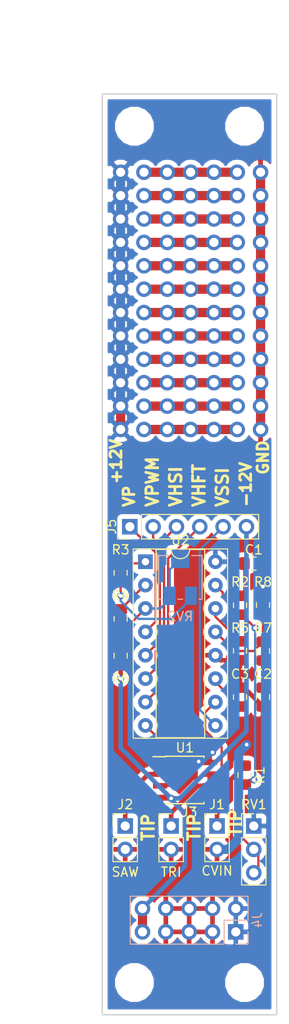
<source format=kicad_pcb>
(kicad_pcb (version 20171130) (host pcbnew 5.0.0+dfsg1-2)

  (general
    (thickness 1.6)
    (drawings 17)
    (tracks 140)
    (zones 0)
    (modules 36)
    (nets 24)
  )

  (page USLetter)
  (layers
    (0 F.Cu signal)
    (31 B.Cu signal)
    (32 B.Adhes user)
    (33 F.Adhes user)
    (34 B.Paste user)
    (35 F.Paste user)
    (36 B.SilkS user)
    (37 F.SilkS user)
    (38 B.Mask user)
    (39 F.Mask user)
    (40 Dwgs.User user)
    (41 Cmts.User user)
    (42 Eco1.User user)
    (43 Eco2.User user)
    (44 Edge.Cuts user)
    (45 Margin user)
    (46 B.CrtYd user)
    (47 F.CrtYd user)
    (48 B.Fab user)
    (49 F.Fab user)
  )

  (setup
    (last_trace_width 0.25)
    (user_trace_width 0.5)
    (user_trace_width 1)
    (trace_clearance 0.2)
    (zone_clearance 0.508)
    (zone_45_only no)
    (trace_min 0.2)
    (segment_width 0.2)
    (edge_width 0.15)
    (via_size 0.8)
    (via_drill 0.4)
    (via_min_size 0.4)
    (via_min_drill 0.3)
    (uvia_size 0.3)
    (uvia_drill 0.1)
    (uvias_allowed no)
    (uvia_min_size 0.2)
    (uvia_min_drill 0.1)
    (pcb_text_width 0.3)
    (pcb_text_size 1.5 1.5)
    (mod_edge_width 0.15)
    (mod_text_size 1 1)
    (mod_text_width 0.15)
    (pad_size 1.7 1.7)
    (pad_drill 1)
    (pad_to_mask_clearance 0.2)
    (aux_axis_origin 0 0)
    (visible_elements FFFFFF7F)
    (pcbplotparams
      (layerselection 0x010fc_ffffffff)
      (usegerberextensions false)
      (usegerberattributes false)
      (usegerberadvancedattributes false)
      (creategerberjobfile false)
      (excludeedgelayer true)
      (linewidth 0.100000)
      (plotframeref false)
      (viasonmask false)
      (mode 1)
      (useauxorigin false)
      (hpglpennumber 1)
      (hpglpenspeed 20)
      (hpglpendiameter 15.000000)
      (psnegative false)
      (psa4output false)
      (plotreference true)
      (plotvalue true)
      (plotinvisibletext false)
      (padsonsilk false)
      (subtractmaskfromsilk false)
      (outputformat 1)
      (mirror false)
      (drillshape 0)
      (scaleselection 1)
      (outputdirectory "gerbers"))
  )

  (net 0 "")
  (net 1 GND)
  (net 2 "Net-(C1-Pad2)")
  (net 3 "Net-(C2-Pad2)")
  (net 4 /CAP)
  (net 5 +12V)
  (net 6 -12V)
  (net 7 /VP)
  (net 8 /VPWM)
  (net 9 /VHSI)
  (net 10 /VHFT)
  (net 11 /VSSI)
  (net 12 /CVIN)
  (net 13 /VFCI)
  (net 14 /TUNE)
  (net 15 "Net-(R3-Pad1)")
  (net 16 "Net-(R4-Pad1)")
  (net 17 /VEE_R)
  (net 18 "Net-(R5-Pad1)")
  (net 19 /VLFI)
  (net 20 /SAW_OUT)
  (net 21 /VSO)
  (net 22 /VTO)
  (net 23 /TRI_OUT)

  (net_class Default "This is the default net class."
    (clearance 0.2)
    (trace_width 0.25)
    (via_dia 0.8)
    (via_drill 0.4)
    (uvia_dia 0.3)
    (uvia_drill 0.1)
    (add_net /CAP)
    (add_net /TUNE)
    (add_net /VEE_R)
    (add_net /VFCI)
    (add_net /VHFT)
    (add_net /VHSI)
    (add_net /VLFI)
    (add_net /VP)
    (add_net /VPWM)
    (add_net /VSO)
    (add_net /VSSI)
    (add_net /VTO)
    (add_net "Net-(C1-Pad2)")
    (add_net "Net-(C2-Pad2)")
    (add_net "Net-(R3-Pad1)")
    (add_net "Net-(R4-Pad1)")
    (add_net "Net-(R5-Pad1)")
  )

  (net_class Audio ""
    (clearance 0.4)
    (trace_width 0.5)
    (via_dia 0.8)
    (via_drill 0.4)
    (uvia_dia 0.3)
    (uvia_drill 0.1)
    (add_net /CVIN)
    (add_net /SAW_OUT)
    (add_net /TRI_OUT)
  )

  (net_class Power ""
    (clearance 0.3)
    (trace_width 0.5)
    (via_dia 0.8)
    (via_drill 0.4)
    (uvia_dia 0.3)
    (uvia_drill 0.1)
    (add_net +12V)
    (add_net -12V)
    (add_net GND)
  )

  (module Staticfree:Breadboard_1x07_P2.54mm (layer F.Cu) (tedit 5B8AA9FD) (tstamp 5BA6DB08)
    (at 121 108.44 90)
    (descr "Through hole breadboard, 1x08, 2.54mm pitch, single row")
    (tags "Through hole breadboard THT 1x08 2.54mm single row")
    (fp_text reference REF** (at 0 -2.33 90) (layer Cmts.User) hide
      (effects (font (size 1 1) (thickness 0.15)))
    )
    (fp_text value Breadboard_1x07_P2.54mm (at 0 17.78 90) (layer Cmts.User) hide
      (effects (font (size 1 1) (thickness 0.15)))
    )
    (fp_text user %R (at 0 8.89 180) (layer Cmts.User) hide
      (effects (font (size 1 1) (thickness 0.15)))
    )
    (pad "" thru_hole circle (at 0 0 90) (size 1.7 1.7) (drill 1) (layers *.Cu *.Mask)
      (net 5 +12V))
    (pad "" thru_hole oval (at 0 2.54 90) (size 1.7 1.7) (drill 1) (layers *.Cu *.Mask))
    (pad "" thru_hole oval (at 0 5.08 90) (size 1.7 1.7) (drill 1) (layers *.Cu *.Mask))
    (pad "" thru_hole oval (at 0 7.62 90) (size 1.7 1.7) (drill 1) (layers *.Cu *.Mask))
    (pad "" thru_hole oval (at 0 10.16 90) (size 1.7 1.7) (drill 1) (layers *.Cu *.Mask))
    (pad "" thru_hole oval (at 0 12.7 90) (size 1.7 1.7) (drill 1) (layers *.Cu *.Mask))
    (pad "" thru_hole oval (at 0 15.24 90) (size 1.7 1.7) (drill 1) (layers *.Cu *.Mask)
      (net 1 GND))
  )

  (module Staticfree:Breadboard_1x07_P2.54mm (layer F.Cu) (tedit 5B8AA9F8) (tstamp 5BA6DB08)
    (at 121 105.9 90)
    (descr "Through hole breadboard, 1x08, 2.54mm pitch, single row")
    (tags "Through hole breadboard THT 1x08 2.54mm single row")
    (fp_text reference REF** (at 0 -2.33 90) (layer Cmts.User) hide
      (effects (font (size 1 1) (thickness 0.15)))
    )
    (fp_text value Breadboard_1x07_P2.54mm (at 0 17.78 90) (layer Cmts.User) hide
      (effects (font (size 1 1) (thickness 0.15)))
    )
    (fp_text user %R (at 0 8.89 180) (layer Cmts.User) hide
      (effects (font (size 1 1) (thickness 0.15)))
    )
    (pad "" thru_hole circle (at 0 0 90) (size 1.7 1.7) (drill 1) (layers *.Cu *.Mask)
      (net 5 +12V))
    (pad "" thru_hole oval (at 0 2.54 90) (size 1.7 1.7) (drill 1) (layers *.Cu *.Mask))
    (pad "" thru_hole oval (at 0 5.08 90) (size 1.7 1.7) (drill 1) (layers *.Cu *.Mask))
    (pad "" thru_hole oval (at 0 7.62 90) (size 1.7 1.7) (drill 1) (layers *.Cu *.Mask))
    (pad "" thru_hole oval (at 0 10.16 90) (size 1.7 1.7) (drill 1) (layers *.Cu *.Mask))
    (pad "" thru_hole oval (at 0 12.7 90) (size 1.7 1.7) (drill 1) (layers *.Cu *.Mask))
    (pad "" thru_hole oval (at 0 15.24 90) (size 1.7 1.7) (drill 1) (layers *.Cu *.Mask)
      (net 1 GND))
  )

  (module Staticfree:Breadboard_1x07_P2.54mm (layer F.Cu) (tedit 5B8AA9F2) (tstamp 5BA6DB08)
    (at 121 103.36 90)
    (descr "Through hole breadboard, 1x08, 2.54mm pitch, single row")
    (tags "Through hole breadboard THT 1x08 2.54mm single row")
    (fp_text reference REF** (at 0 -2.33 90) (layer Cmts.User) hide
      (effects (font (size 1 1) (thickness 0.15)))
    )
    (fp_text value Breadboard_1x07_P2.54mm (at 0 17.78 90) (layer Cmts.User) hide
      (effects (font (size 1 1) (thickness 0.15)))
    )
    (fp_text user %R (at 0 8.89 180) (layer Cmts.User) hide
      (effects (font (size 1 1) (thickness 0.15)))
    )
    (pad "" thru_hole circle (at 0 0 90) (size 1.7 1.7) (drill 1) (layers *.Cu *.Mask)
      (net 5 +12V))
    (pad "" thru_hole oval (at 0 2.54 90) (size 1.7 1.7) (drill 1) (layers *.Cu *.Mask))
    (pad "" thru_hole oval (at 0 5.08 90) (size 1.7 1.7) (drill 1) (layers *.Cu *.Mask))
    (pad "" thru_hole oval (at 0 7.62 90) (size 1.7 1.7) (drill 1) (layers *.Cu *.Mask))
    (pad "" thru_hole oval (at 0 10.16 90) (size 1.7 1.7) (drill 1) (layers *.Cu *.Mask))
    (pad "" thru_hole oval (at 0 12.7 90) (size 1.7 1.7) (drill 1) (layers *.Cu *.Mask))
    (pad "" thru_hole oval (at 0 15.24 90) (size 1.7 1.7) (drill 1) (layers *.Cu *.Mask)
      (net 1 GND))
  )

  (module Staticfree:Breadboard_1x07_P2.54mm (layer F.Cu) (tedit 5B8AA9BE) (tstamp 5BA6DB08)
    (at 121 100.82 90)
    (descr "Through hole breadboard, 1x08, 2.54mm pitch, single row")
    (tags "Through hole breadboard THT 1x08 2.54mm single row")
    (fp_text reference REF** (at 0 -2.33 90) (layer Cmts.User) hide
      (effects (font (size 1 1) (thickness 0.15)))
    )
    (fp_text value Breadboard_1x07_P2.54mm (at 0 17.78 90) (layer Cmts.User) hide
      (effects (font (size 1 1) (thickness 0.15)))
    )
    (fp_text user %R (at 0 8.89 180) (layer Cmts.User) hide
      (effects (font (size 1 1) (thickness 0.15)))
    )
    (pad "" thru_hole circle (at 0 0 90) (size 1.7 1.7) (drill 1) (layers *.Cu *.Mask)
      (net 5 +12V))
    (pad "" thru_hole oval (at 0 2.54 90) (size 1.7 1.7) (drill 1) (layers *.Cu *.Mask))
    (pad "" thru_hole oval (at 0 5.08 90) (size 1.7 1.7) (drill 1) (layers *.Cu *.Mask))
    (pad "" thru_hole oval (at 0 7.62 90) (size 1.7 1.7) (drill 1) (layers *.Cu *.Mask))
    (pad "" thru_hole oval (at 0 10.16 90) (size 1.7 1.7) (drill 1) (layers *.Cu *.Mask))
    (pad "" thru_hole oval (at 0 12.7 90) (size 1.7 1.7) (drill 1) (layers *.Cu *.Mask))
    (pad "" thru_hole oval (at 0 15.24 90) (size 1.7 1.7) (drill 1) (layers *.Cu *.Mask)
      (net 1 GND))
  )

  (module Staticfree:Breadboard_1x07_P2.54mm (layer F.Cu) (tedit 5B8AA9AC) (tstamp 5BA6DB08)
    (at 121 98.28 90)
    (descr "Through hole breadboard, 1x08, 2.54mm pitch, single row")
    (tags "Through hole breadboard THT 1x08 2.54mm single row")
    (fp_text reference REF** (at 0 -2.33 90) (layer Cmts.User) hide
      (effects (font (size 1 1) (thickness 0.15)))
    )
    (fp_text value Breadboard_1x07_P2.54mm (at 0 17.78 90) (layer Cmts.User) hide
      (effects (font (size 1 1) (thickness 0.15)))
    )
    (fp_text user %R (at 0 8.89 180) (layer Cmts.User) hide
      (effects (font (size 1 1) (thickness 0.15)))
    )
    (pad "" thru_hole circle (at 0 0 90) (size 1.7 1.7) (drill 1) (layers *.Cu *.Mask)
      (net 5 +12V))
    (pad "" thru_hole oval (at 0 2.54 90) (size 1.7 1.7) (drill 1) (layers *.Cu *.Mask))
    (pad "" thru_hole oval (at 0 5.08 90) (size 1.7 1.7) (drill 1) (layers *.Cu *.Mask))
    (pad "" thru_hole oval (at 0 7.62 90) (size 1.7 1.7) (drill 1) (layers *.Cu *.Mask))
    (pad "" thru_hole oval (at 0 10.16 90) (size 1.7 1.7) (drill 1) (layers *.Cu *.Mask))
    (pad "" thru_hole oval (at 0 12.7 90) (size 1.7 1.7) (drill 1) (layers *.Cu *.Mask))
    (pad "" thru_hole oval (at 0 15.24 90) (size 1.7 1.7) (drill 1) (layers *.Cu *.Mask)
      (net 1 GND))
  )

  (module Staticfree:Breadboard_1x07_P2.54mm (layer F.Cu) (tedit 5B8AA9E8) (tstamp 5BA6DB08)
    (at 121 95.74 90)
    (descr "Through hole breadboard, 1x08, 2.54mm pitch, single row")
    (tags "Through hole breadboard THT 1x08 2.54mm single row")
    (fp_text reference REF** (at 0 -2.33 90) (layer Cmts.User) hide
      (effects (font (size 1 1) (thickness 0.15)))
    )
    (fp_text value Breadboard_1x07_P2.54mm (at 0 17.78 90) (layer Cmts.User) hide
      (effects (font (size 1 1) (thickness 0.15)))
    )
    (fp_text user %R (at 0 8.89 180) (layer Cmts.User) hide
      (effects (font (size 1 1) (thickness 0.15)))
    )
    (pad "" thru_hole circle (at 0 0 90) (size 1.7 1.7) (drill 1) (layers *.Cu *.Mask)
      (net 5 +12V))
    (pad "" thru_hole oval (at 0 2.54 90) (size 1.7 1.7) (drill 1) (layers *.Cu *.Mask))
    (pad "" thru_hole oval (at 0 5.08 90) (size 1.7 1.7) (drill 1) (layers *.Cu *.Mask))
    (pad "" thru_hole oval (at 0 7.62 90) (size 1.7 1.7) (drill 1) (layers *.Cu *.Mask))
    (pad "" thru_hole oval (at 0 10.16 90) (size 1.7 1.7) (drill 1) (layers *.Cu *.Mask))
    (pad "" thru_hole oval (at 0 12.7 90) (size 1.7 1.7) (drill 1) (layers *.Cu *.Mask))
    (pad "" thru_hole oval (at 0 15.24 90) (size 1.7 1.7) (drill 1) (layers *.Cu *.Mask)
      (net 1 GND))
  )

  (module Staticfree:Breadboard_1x07_P2.54mm (layer F.Cu) (tedit 5B8AA9E2) (tstamp 5BA6DB08)
    (at 121 93.2 90)
    (descr "Through hole breadboard, 1x08, 2.54mm pitch, single row")
    (tags "Through hole breadboard THT 1x08 2.54mm single row")
    (fp_text reference REF** (at 0 -2.33 90) (layer Cmts.User) hide
      (effects (font (size 1 1) (thickness 0.15)))
    )
    (fp_text value Breadboard_1x07_P2.54mm (at 0 17.78 90) (layer Cmts.User) hide
      (effects (font (size 1 1) (thickness 0.15)))
    )
    (fp_text user %R (at 0 8.89 180) (layer Cmts.User) hide
      (effects (font (size 1 1) (thickness 0.15)))
    )
    (pad "" thru_hole circle (at 0 0 90) (size 1.7 1.7) (drill 1) (layers *.Cu *.Mask)
      (net 5 +12V))
    (pad "" thru_hole oval (at 0 2.54 90) (size 1.7 1.7) (drill 1) (layers *.Cu *.Mask))
    (pad "" thru_hole oval (at 0 5.08 90) (size 1.7 1.7) (drill 1) (layers *.Cu *.Mask))
    (pad "" thru_hole oval (at 0 7.62 90) (size 1.7 1.7) (drill 1) (layers *.Cu *.Mask))
    (pad "" thru_hole oval (at 0 10.16 90) (size 1.7 1.7) (drill 1) (layers *.Cu *.Mask))
    (pad "" thru_hole oval (at 0 12.7 90) (size 1.7 1.7) (drill 1) (layers *.Cu *.Mask))
    (pad "" thru_hole oval (at 0 15.24 90) (size 1.7 1.7) (drill 1) (layers *.Cu *.Mask)
      (net 1 GND))
  )

  (module Staticfree:Breadboard_1x07_P2.54mm (layer F.Cu) (tedit 5B8AA9DD) (tstamp 5BA6DB08)
    (at 121 90.66 90)
    (descr "Through hole breadboard, 1x08, 2.54mm pitch, single row")
    (tags "Through hole breadboard THT 1x08 2.54mm single row")
    (fp_text reference REF** (at 0 -2.33 90) (layer Cmts.User) hide
      (effects (font (size 1 1) (thickness 0.15)))
    )
    (fp_text value Breadboard_1x07_P2.54mm (at 0 17.78 90) (layer Cmts.User) hide
      (effects (font (size 1 1) (thickness 0.15)))
    )
    (fp_text user %R (at 0 8.89 180) (layer Cmts.User) hide
      (effects (font (size 1 1) (thickness 0.15)))
    )
    (pad "" thru_hole circle (at 0 0 90) (size 1.7 1.7) (drill 1) (layers *.Cu *.Mask)
      (net 5 +12V))
    (pad "" thru_hole oval (at 0 2.54 90) (size 1.7 1.7) (drill 1) (layers *.Cu *.Mask))
    (pad "" thru_hole oval (at 0 5.08 90) (size 1.7 1.7) (drill 1) (layers *.Cu *.Mask))
    (pad "" thru_hole oval (at 0 7.62 90) (size 1.7 1.7) (drill 1) (layers *.Cu *.Mask))
    (pad "" thru_hole oval (at 0 10.16 90) (size 1.7 1.7) (drill 1) (layers *.Cu *.Mask))
    (pad "" thru_hole oval (at 0 12.7 90) (size 1.7 1.7) (drill 1) (layers *.Cu *.Mask))
    (pad "" thru_hole oval (at 0 15.24 90) (size 1.7 1.7) (drill 1) (layers *.Cu *.Mask)
      (net 1 GND))
  )

  (module Staticfree:Breadboard_1x07_P2.54mm (layer F.Cu) (tedit 5B8AA9D8) (tstamp 5BA6DB08)
    (at 121 88.12 90)
    (descr "Through hole breadboard, 1x08, 2.54mm pitch, single row")
    (tags "Through hole breadboard THT 1x08 2.54mm single row")
    (fp_text reference REF** (at 0 -2.33 90) (layer Cmts.User) hide
      (effects (font (size 1 1) (thickness 0.15)))
    )
    (fp_text value Breadboard_1x07_P2.54mm (at 0 17.78 90) (layer Cmts.User) hide
      (effects (font (size 1 1) (thickness 0.15)))
    )
    (fp_text user %R (at 0 8.89 180) (layer Cmts.User) hide
      (effects (font (size 1 1) (thickness 0.15)))
    )
    (pad "" thru_hole circle (at 0 0 90) (size 1.7 1.7) (drill 1) (layers *.Cu *.Mask)
      (net 5 +12V))
    (pad "" thru_hole oval (at 0 2.54 90) (size 1.7 1.7) (drill 1) (layers *.Cu *.Mask))
    (pad "" thru_hole oval (at 0 5.08 90) (size 1.7 1.7) (drill 1) (layers *.Cu *.Mask))
    (pad "" thru_hole oval (at 0 7.62 90) (size 1.7 1.7) (drill 1) (layers *.Cu *.Mask))
    (pad "" thru_hole oval (at 0 10.16 90) (size 1.7 1.7) (drill 1) (layers *.Cu *.Mask))
    (pad "" thru_hole oval (at 0 12.7 90) (size 1.7 1.7) (drill 1) (layers *.Cu *.Mask))
    (pad "" thru_hole oval (at 0 15.24 90) (size 1.7 1.7) (drill 1) (layers *.Cu *.Mask)
      (net 1 GND))
  )

  (module Staticfree:Breadboard_1x07_P2.54mm (layer F.Cu) (tedit 5B8AA9D2) (tstamp 5BA6DB08)
    (at 121 85.58 90)
    (descr "Through hole breadboard, 1x08, 2.54mm pitch, single row")
    (tags "Through hole breadboard THT 1x08 2.54mm single row")
    (fp_text reference REF** (at 0 -2.33 90) (layer Cmts.User) hide
      (effects (font (size 1 1) (thickness 0.15)))
    )
    (fp_text value Breadboard_1x07_P2.54mm (at 0 17.78 90) (layer Cmts.User) hide
      (effects (font (size 1 1) (thickness 0.15)))
    )
    (fp_text user %R (at 0 8.89 180) (layer Cmts.User) hide
      (effects (font (size 1 1) (thickness 0.15)))
    )
    (pad "" thru_hole circle (at 0 0 90) (size 1.7 1.7) (drill 1) (layers *.Cu *.Mask)
      (net 5 +12V))
    (pad "" thru_hole oval (at 0 2.54 90) (size 1.7 1.7) (drill 1) (layers *.Cu *.Mask))
    (pad "" thru_hole oval (at 0 5.08 90) (size 1.7 1.7) (drill 1) (layers *.Cu *.Mask))
    (pad "" thru_hole oval (at 0 7.62 90) (size 1.7 1.7) (drill 1) (layers *.Cu *.Mask))
    (pad "" thru_hole oval (at 0 10.16 90) (size 1.7 1.7) (drill 1) (layers *.Cu *.Mask))
    (pad "" thru_hole oval (at 0 12.7 90) (size 1.7 1.7) (drill 1) (layers *.Cu *.Mask))
    (pad "" thru_hole oval (at 0 15.24 90) (size 1.7 1.7) (drill 1) (layers *.Cu *.Mask)
      (net 1 GND))
  )

  (module Staticfree:Breadboard_1x07_P2.54mm (layer F.Cu) (tedit 5B8AA9CC) (tstamp 5BA6DB08)
    (at 121 83.04 90)
    (descr "Through hole breadboard, 1x08, 2.54mm pitch, single row")
    (tags "Through hole breadboard THT 1x08 2.54mm single row")
    (fp_text reference REF** (at 0 -2.33 90) (layer Cmts.User) hide
      (effects (font (size 1 1) (thickness 0.15)))
    )
    (fp_text value Breadboard_1x07_P2.54mm (at 0 17.78 90) (layer Cmts.User) hide
      (effects (font (size 1 1) (thickness 0.15)))
    )
    (fp_text user %R (at 0 8.89 180) (layer Cmts.User) hide
      (effects (font (size 1 1) (thickness 0.15)))
    )
    (pad "" thru_hole circle (at 0 0 90) (size 1.7 1.7) (drill 1) (layers *.Cu *.Mask)
      (net 5 +12V))
    (pad "" thru_hole oval (at 0 2.54 90) (size 1.7 1.7) (drill 1) (layers *.Cu *.Mask))
    (pad "" thru_hole oval (at 0 5.08 90) (size 1.7 1.7) (drill 1) (layers *.Cu *.Mask))
    (pad "" thru_hole oval (at 0 7.62 90) (size 1.7 1.7) (drill 1) (layers *.Cu *.Mask))
    (pad "" thru_hole oval (at 0 10.16 90) (size 1.7 1.7) (drill 1) (layers *.Cu *.Mask))
    (pad "" thru_hole oval (at 0 12.7 90) (size 1.7 1.7) (drill 1) (layers *.Cu *.Mask))
    (pad "" thru_hole oval (at 0 15.24 90) (size 1.7 1.7) (drill 1) (layers *.Cu *.Mask)
      (net 1 GND))
  )

  (module MountingHole:MountingHole_3.2mm_M3 (layer F.Cu) (tedit 5B8AAA9B) (tstamp 5B8A88E6)
    (at 134.5 75.5)
    (descr "Mounting Hole 3.2mm, no annular, M3")
    (tags "mounting hole 3.2mm no annular m3")
    (attr virtual)
    (fp_text reference REF** (at 0 -4.2) (layer Cmts.User) hide
      (effects (font (size 1 1) (thickness 0.15)))
    )
    (fp_text value MountingHole_3.2mm_M3 (at 3.5 -5.5) (layer Cmts.User) hide
      (effects (font (size 1 1) (thickness 0.15)))
    )
    (fp_circle (center 0 0) (end 3.45 0) (layer F.CrtYd) (width 0.05))
    (fp_circle (center 0 0) (end 3.2 0) (layer Cmts.User) (width 0.15))
    (fp_text user %R (at 0.3 0) (layer Cmts.User) hide
      (effects (font (size 1 1) (thickness 0.15)))
    )
    (pad 1 np_thru_hole circle (at 0 0) (size 3.2 3.2) (drill 3.2) (layers *.Cu *.Mask))
  )

  (module Capacitor_SMD:C_0805_2012Metric_Pad1.15x1.40mm_HandSolder (layer F.Cu) (tedit 5B36C52B) (tstamp 5B8AA96D)
    (at 136.5 137.5 90)
    (descr "Capacitor SMD 0805 (2012 Metric), square (rectangular) end terminal, IPC_7351 nominal with elongated pad for handsoldering. (Body size source: https://docs.google.com/spreadsheets/d/1BsfQQcO9C6DZCsRaXUlFlo91Tg2WpOkGARC1WS5S8t0/edit?usp=sharing), generated with kicad-footprint-generator")
    (tags "capacitor handsolder")
    (path /5B6D9F55)
    (attr smd)
    (fp_text reference C2 (at 2.5 0 -180) (layer F.SilkS)
      (effects (font (size 1 1) (thickness 0.15)))
    )
    (fp_text value 10nF (at 0 1.8 90) (layer F.Fab)
      (effects (font (size 1 1) (thickness 0.15)))
    )
    (fp_line (start -1 0.6) (end -1 -0.6) (layer F.Fab) (width 0.1))
    (fp_line (start -1 -0.6) (end 1 -0.6) (layer F.Fab) (width 0.1))
    (fp_line (start 1 -0.6) (end 1 0.6) (layer F.Fab) (width 0.1))
    (fp_line (start 1 0.6) (end -1 0.6) (layer F.Fab) (width 0.1))
    (fp_line (start -0.261252 -0.71) (end 0.261252 -0.71) (layer F.SilkS) (width 0.12))
    (fp_line (start -0.261252 0.71) (end 0.261252 0.71) (layer F.SilkS) (width 0.12))
    (fp_line (start -1.85 0.95) (end -1.85 -0.95) (layer F.CrtYd) (width 0.05))
    (fp_line (start -1.85 -0.95) (end 1.85 -0.95) (layer F.CrtYd) (width 0.05))
    (fp_line (start 1.85 -0.95) (end 1.85 0.95) (layer F.CrtYd) (width 0.05))
    (fp_line (start 1.85 0.95) (end -1.85 0.95) (layer F.CrtYd) (width 0.05))
    (fp_text user %R (at 0 0 90) (layer F.Fab)
      (effects (font (size 0.5 0.5) (thickness 0.08)))
    )
    (pad 1 smd roundrect (at -1.025 0 90) (size 1.15 1.4) (layers F.Cu F.Paste F.Mask) (roundrect_rratio 0.217391)
      (net 1 GND))
    (pad 2 smd roundrect (at 1.025 0 90) (size 1.15 1.4) (layers F.Cu F.Paste F.Mask) (roundrect_rratio 0.217391)
      (net 3 "Net-(C2-Pad2)"))
    (model ${KISYS3DMOD}/Capacitor_SMD.3dshapes/C_0805_2012Metric.wrl
      (at (xyz 0 0 0))
      (scale (xyz 1 1 1))
      (rotate (xyz 0 0 0))
    )
  )

  (module MountingHole:MountingHole_3.2mm_M3 (layer F.Cu) (tedit 5B8AAABB) (tstamp 5B963ACF)
    (at 134.5 168.5)
    (descr "Mounting Hole 3.2mm, no annular, M3")
    (tags "mounting hole 3.2mm no annular m3")
    (attr virtual)
    (fp_text reference REF** (at 0 -4.2) (layer Cmts.User) hide
      (effects (font (size 1 1) (thickness 0.15)))
    )
    (fp_text value MountingHole_3.2mm_M3 (at 2 6.76) (layer Cmts.User) hide
      (effects (font (size 1 1) (thickness 0.15)))
    )
    (fp_text user %R (at 0.3 0) (layer Cmts.User) hide
      (effects (font (size 1 1) (thickness 0.15)))
    )
    (fp_circle (center 0 0) (end 3.2 0) (layer Cmts.User) (width 0.15))
    (fp_circle (center 0 0) (end 3.45 0) (layer F.CrtYd) (width 0.05))
    (pad 1 np_thru_hole circle (at 0 0) (size 3.2 3.2) (drill 3.2) (layers *.Cu *.Mask))
  )

  (module Package_DIP:DIP-16_W7.62mm_Socket (layer F.Cu) (tedit 5A02E8C5) (tstamp 5B94FA2F)
    (at 123.7 122.8)
    (descr "16-lead though-hole mounted DIP package, row spacing 7.62 mm (300 mils), Socket")
    (tags "THT DIP DIL PDIP 2.54mm 7.62mm 300mil Socket")
    (path /5B6CEFB9)
    (fp_text reference U2 (at 3.81 -2.33) (layer F.SilkS)
      (effects (font (size 1 1) (thickness 0.15)))
    )
    (fp_text value AS3340 (at 3.81 11) (layer F.Fab)
      (effects (font (size 1 1) (thickness 0.15)))
    )
    (fp_arc (start 3.81 -1.33) (end 2.81 -1.33) (angle -180) (layer F.SilkS) (width 0.12))
    (fp_line (start 1.635 -1.27) (end 6.985 -1.27) (layer F.Fab) (width 0.1))
    (fp_line (start 6.985 -1.27) (end 6.985 19.05) (layer F.Fab) (width 0.1))
    (fp_line (start 6.985 19.05) (end 0.635 19.05) (layer F.Fab) (width 0.1))
    (fp_line (start 0.635 19.05) (end 0.635 -0.27) (layer F.Fab) (width 0.1))
    (fp_line (start 0.635 -0.27) (end 1.635 -1.27) (layer F.Fab) (width 0.1))
    (fp_line (start -1.27 -1.33) (end -1.27 19.11) (layer F.Fab) (width 0.1))
    (fp_line (start -1.27 19.11) (end 8.89 19.11) (layer F.Fab) (width 0.1))
    (fp_line (start 8.89 19.11) (end 8.89 -1.33) (layer F.Fab) (width 0.1))
    (fp_line (start 8.89 -1.33) (end -1.27 -1.33) (layer F.Fab) (width 0.1))
    (fp_line (start 2.81 -1.33) (end 1.16 -1.33) (layer F.SilkS) (width 0.12))
    (fp_line (start 1.16 -1.33) (end 1.16 19.11) (layer F.SilkS) (width 0.12))
    (fp_line (start 1.16 19.11) (end 6.46 19.11) (layer F.SilkS) (width 0.12))
    (fp_line (start 6.46 19.11) (end 6.46 -1.33) (layer F.SilkS) (width 0.12))
    (fp_line (start 6.46 -1.33) (end 4.81 -1.33) (layer F.SilkS) (width 0.12))
    (fp_line (start -1.33 -1.39) (end -1.33 19.17) (layer F.SilkS) (width 0.12))
    (fp_line (start -1.33 19.17) (end 8.95 19.17) (layer F.SilkS) (width 0.12))
    (fp_line (start 8.95 19.17) (end 8.95 -1.39) (layer F.SilkS) (width 0.12))
    (fp_line (start 8.95 -1.39) (end -1.33 -1.39) (layer F.SilkS) (width 0.12))
    (fp_line (start -1.55 -1.6) (end -1.55 19.4) (layer F.CrtYd) (width 0.05))
    (fp_line (start -1.55 19.4) (end 9.15 19.4) (layer F.CrtYd) (width 0.05))
    (fp_line (start 9.15 19.4) (end 9.15 -1.6) (layer F.CrtYd) (width 0.05))
    (fp_line (start 9.15 -1.6) (end -1.55 -1.6) (layer F.CrtYd) (width 0.05))
    (fp_text user %R (at 3.81 8.89) (layer F.Fab)
      (effects (font (size 1 1) (thickness 0.15)))
    )
    (pad 1 thru_hole rect (at 0 0) (size 1.6 1.6) (drill 0.8) (layers *.Cu *.Mask)
      (net 15 "Net-(R3-Pad1)"))
    (pad 9 thru_hole oval (at 7.62 17.78) (size 1.6 1.6) (drill 0.8) (layers *.Cu *.Mask)
      (net 11 /VSSI))
    (pad 2 thru_hole oval (at 0 2.54) (size 1.6 1.6) (drill 0.8) (layers *.Cu *.Mask)
      (net 16 "Net-(R4-Pad1)"))
    (pad 10 thru_hole oval (at 7.62 15.24) (size 1.6 1.6) (drill 0.8) (layers *.Cu *.Mask)
      (net 22 /VTO))
    (pad 3 thru_hole oval (at 0 5.08) (size 1.6 1.6) (drill 0.8) (layers *.Cu *.Mask)
      (net 17 /VEE_R))
    (pad 11 thru_hole oval (at 7.62 12.7) (size 1.6 1.6) (drill 0.8) (layers *.Cu *.Mask)
      (net 4 /CAP))
    (pad 4 thru_hole oval (at 0 7.62) (size 1.6 1.6) (drill 0.8) (layers *.Cu *.Mask)
      (net 7 /VP))
    (pad 12 thru_hole oval (at 7.62 10.16) (size 1.6 1.6) (drill 0.8) (layers *.Cu *.Mask)
      (net 1 GND))
    (pad 5 thru_hole oval (at 0 10.16) (size 1.6 1.6) (drill 0.8) (layers *.Cu *.Mask)
      (net 8 /VPWM))
    (pad 13 thru_hole oval (at 7.62 7.62) (size 1.6 1.6) (drill 0.8) (layers *.Cu *.Mask)
      (net 19 /VLFI))
    (pad 6 thru_hole oval (at 0 12.7) (size 1.6 1.6) (drill 0.8) (layers *.Cu *.Mask)
      (net 9 /VHSI))
    (pad 14 thru_hole oval (at 7.62 5.08) (size 1.6 1.6) (drill 0.8) (layers *.Cu *.Mask)
      (net 18 "Net-(R5-Pad1)"))
    (pad 7 thru_hole oval (at 0 15.24) (size 1.6 1.6) (drill 0.8) (layers *.Cu *.Mask)
      (net 10 /VHFT))
    (pad 15 thru_hole oval (at 7.62 2.54) (size 1.6 1.6) (drill 0.8) (layers *.Cu *.Mask)
      (net 13 /VFCI))
    (pad 8 thru_hole oval (at 0 17.78) (size 1.6 1.6) (drill 0.8) (layers *.Cu *.Mask)
      (net 21 /VSO))
    (pad 16 thru_hole oval (at 7.62 0) (size 1.6 1.6) (drill 0.8) (layers *.Cu *.Mask)
      (net 5 +12V))
    (model ${KISYS3DMOD}/Package_DIP.3dshapes/DIP-16_W7.62mm_Socket.wrl
      (at (xyz 0 0 0))
      (scale (xyz 1 1 1))
      (rotate (xyz 0 0 0))
    )
  )

  (module Capacitor_SMD:C_0805_2012Metric_Pad1.15x1.40mm_HandSolder (layer F.Cu) (tedit 5B36C52B) (tstamp 5B94F969)
    (at 135.5 123 180)
    (descr "Capacitor SMD 0805 (2012 Metric), square (rectangular) end terminal, IPC_7351 nominal with elongated pad for handsoldering. (Body size source: https://docs.google.com/spreadsheets/d/1BsfQQcO9C6DZCsRaXUlFlo91Tg2WpOkGARC1WS5S8t0/edit?usp=sharing), generated with kicad-footprint-generator")
    (tags "capacitor handsolder")
    (path /5B6E4C2B)
    (attr smd)
    (fp_text reference C1 (at 0 1.5 180) (layer F.SilkS)
      (effects (font (size 1 1) (thickness 0.15)))
    )
    (fp_text value 10nF (at 0 1.65 180) (layer F.Fab)
      (effects (font (size 1 1) (thickness 0.15)))
    )
    (fp_line (start -1 0.6) (end -1 -0.6) (layer F.Fab) (width 0.1))
    (fp_line (start -1 -0.6) (end 1 -0.6) (layer F.Fab) (width 0.1))
    (fp_line (start 1 -0.6) (end 1 0.6) (layer F.Fab) (width 0.1))
    (fp_line (start 1 0.6) (end -1 0.6) (layer F.Fab) (width 0.1))
    (fp_line (start -0.261252 -0.71) (end 0.261252 -0.71) (layer F.SilkS) (width 0.12))
    (fp_line (start -0.261252 0.71) (end 0.261252 0.71) (layer F.SilkS) (width 0.12))
    (fp_line (start -1.85 0.95) (end -1.85 -0.95) (layer F.CrtYd) (width 0.05))
    (fp_line (start -1.85 -0.95) (end 1.85 -0.95) (layer F.CrtYd) (width 0.05))
    (fp_line (start 1.85 -0.95) (end 1.85 0.95) (layer F.CrtYd) (width 0.05))
    (fp_line (start 1.85 0.95) (end -1.85 0.95) (layer F.CrtYd) (width 0.05))
    (fp_text user %R (at 0 0 180) (layer F.Fab)
      (effects (font (size 0.5 0.5) (thickness 0.08)))
    )
    (pad 1 smd roundrect (at -1.025 0 180) (size 1.15 1.4) (layers F.Cu F.Paste F.Mask) (roundrect_rratio 0.217391)
      (net 1 GND))
    (pad 2 smd roundrect (at 1.025 0 180) (size 1.15 1.4) (layers F.Cu F.Paste F.Mask) (roundrect_rratio 0.217391)
      (net 2 "Net-(C1-Pad2)"))
    (model ${KISYS3DMOD}/Capacitor_SMD.3dshapes/C_0805_2012Metric.wrl
      (at (xyz 0 0 0))
      (scale (xyz 1 1 1))
      (rotate (xyz 0 0 0))
    )
  )

  (module Capacitor_SMD:C_0805_2012Metric_Pad1.15x1.40mm_HandSolder (layer F.Cu) (tedit 5B36C52B) (tstamp 5B8AAABF)
    (at 134 137.5 90)
    (descr "Capacitor SMD 0805 (2012 Metric), square (rectangular) end terminal, IPC_7351 nominal with elongated pad for handsoldering. (Body size source: https://docs.google.com/spreadsheets/d/1BsfQQcO9C6DZCsRaXUlFlo91Tg2WpOkGARC1WS5S8t0/edit?usp=sharing), generated with kicad-footprint-generator")
    (tags "capacitor handsolder")
    (path /5B6D6734)
    (attr smd)
    (fp_text reference C3 (at 2.5 0 180) (layer F.SilkS)
      (effects (font (size 1 1) (thickness 0.15)))
    )
    (fp_text value 1nF (at -0.1 -2.2 90) (layer F.Fab)
      (effects (font (size 1 1) (thickness 0.15)))
    )
    (fp_text user %R (at 0 0 90) (layer F.Fab)
      (effects (font (size 0.5 0.5) (thickness 0.08)))
    )
    (fp_line (start 1.85 0.95) (end -1.85 0.95) (layer F.CrtYd) (width 0.05))
    (fp_line (start 1.85 -0.95) (end 1.85 0.95) (layer F.CrtYd) (width 0.05))
    (fp_line (start -1.85 -0.95) (end 1.85 -0.95) (layer F.CrtYd) (width 0.05))
    (fp_line (start -1.85 0.95) (end -1.85 -0.95) (layer F.CrtYd) (width 0.05))
    (fp_line (start -0.261252 0.71) (end 0.261252 0.71) (layer F.SilkS) (width 0.12))
    (fp_line (start -0.261252 -0.71) (end 0.261252 -0.71) (layer F.SilkS) (width 0.12))
    (fp_line (start 1 0.6) (end -1 0.6) (layer F.Fab) (width 0.1))
    (fp_line (start 1 -0.6) (end 1 0.6) (layer F.Fab) (width 0.1))
    (fp_line (start -1 -0.6) (end 1 -0.6) (layer F.Fab) (width 0.1))
    (fp_line (start -1 0.6) (end -1 -0.6) (layer F.Fab) (width 0.1))
    (pad 2 smd roundrect (at 1.025 0 90) (size 1.15 1.4) (layers F.Cu F.Paste F.Mask) (roundrect_rratio 0.217391)
      (net 1 GND))
    (pad 1 smd roundrect (at -1.025 0 90) (size 1.15 1.4) (layers F.Cu F.Paste F.Mask) (roundrect_rratio 0.217391)
      (net 4 /CAP))
    (model ${KISYS3DMOD}/Capacitor_SMD.3dshapes/C_0805_2012Metric.wrl
      (at (xyz 0 0 0))
      (scale (xyz 1 1 1))
      (rotate (xyz 0 0 0))
    )
  )

  (module Connector_PinHeader_2.54mm:PinHeader_1x02_P2.54mm_Vertical (layer F.Cu) (tedit 5B70E9AA) (tstamp 5B94DF2C)
    (at 131.5 151.5)
    (descr "Through hole straight pin header, 1x02, 2.54mm pitch, single row")
    (tags "Through hole pin header THT 1x02 2.54mm single row")
    (path /5B713617)
    (fp_text reference J1 (at 0 -2.33) (layer F.SilkS)
      (effects (font (size 1 1) (thickness 0.15)))
    )
    (fp_text value CVIN (at 0 4.87) (layer F.SilkS)
      (effects (font (size 1 1) (thickness 0.15)))
    )
    (fp_line (start -0.635 -1.27) (end 1.27 -1.27) (layer F.Fab) (width 0.1))
    (fp_line (start 1.27 -1.27) (end 1.27 3.81) (layer F.Fab) (width 0.1))
    (fp_line (start 1.27 3.81) (end -1.27 3.81) (layer F.Fab) (width 0.1))
    (fp_line (start -1.27 3.81) (end -1.27 -0.635) (layer F.Fab) (width 0.1))
    (fp_line (start -1.27 -0.635) (end -0.635 -1.27) (layer F.Fab) (width 0.1))
    (fp_line (start -1.33 3.87) (end 1.33 3.87) (layer F.SilkS) (width 0.12))
    (fp_line (start -1.33 1.27) (end -1.33 3.87) (layer F.SilkS) (width 0.12))
    (fp_line (start 1.33 1.27) (end 1.33 3.87) (layer F.SilkS) (width 0.12))
    (fp_line (start -1.33 1.27) (end 1.33 1.27) (layer F.SilkS) (width 0.12))
    (fp_line (start -1.33 0) (end -1.33 -1.33) (layer F.SilkS) (width 0.12))
    (fp_line (start -1.33 -1.33) (end 0 -1.33) (layer F.SilkS) (width 0.12))
    (fp_line (start -1.8 -1.8) (end -1.8 4.35) (layer F.CrtYd) (width 0.05))
    (fp_line (start -1.8 4.35) (end 1.8 4.35) (layer F.CrtYd) (width 0.05))
    (fp_line (start 1.8 4.35) (end 1.8 -1.8) (layer F.CrtYd) (width 0.05))
    (fp_line (start 1.8 -1.8) (end -1.8 -1.8) (layer F.CrtYd) (width 0.05))
    (fp_text user %R (at 0 1.27 90) (layer F.Fab)
      (effects (font (size 1 1) (thickness 0.15)))
    )
    (pad 1 thru_hole rect (at 0 0) (size 1.7 1.7) (drill 1) (layers *.Cu *.Mask)
      (net 12 /CVIN))
    (pad 2 thru_hole oval (at 0 2.54) (size 1.7 1.7) (drill 1) (layers *.Cu *.Mask)
      (net 1 GND))
    (model ${KISYS3DMOD}/Connector_PinHeader_2.54mm.3dshapes/PinHeader_1x02_P2.54mm_Vertical.wrl
      (at (xyz 0 0 0))
      (scale (xyz 1 1 1))
      (rotate (xyz 0 0 0))
    )
  )

  (module Resistor_SMD:R_0805_2012Metric_Pad1.15x1.40mm_HandSolder (layer F.Cu) (tedit 5B6D29BF) (tstamp 5B94DEC7)
    (at 134.5 145.975 270)
    (descr "Resistor SMD 0805 (2012 Metric), square (rectangular) end terminal, IPC_7351 nominal with elongated pad for handsoldering. (Body size source: https://docs.google.com/spreadsheets/d/1BsfQQcO9C6DZCsRaXUlFlo91Tg2WpOkGARC1WS5S8t0/edit?usp=sharing), generated with kicad-footprint-generator")
    (tags "resistor handsolder")
    (path /5B6E0933)
    (attr smd)
    (fp_text reference R1 (at 0 -1.65 270) (layer F.SilkS)
      (effects (font (size 1 1) (thickness 0.15)))
    )
    (fp_text value 100K (at 0 1.65 270) (layer F.Fab)
      (effects (font (size 1 1) (thickness 0.15)))
    )
    (fp_line (start -1 0.6) (end -1 -0.6) (layer F.Fab) (width 0.1))
    (fp_line (start -1 -0.6) (end 1 -0.6) (layer F.Fab) (width 0.1))
    (fp_line (start 1 -0.6) (end 1 0.6) (layer F.Fab) (width 0.1))
    (fp_line (start 1 0.6) (end -1 0.6) (layer F.Fab) (width 0.1))
    (fp_line (start -0.261252 -0.71) (end 0.261252 -0.71) (layer F.SilkS) (width 0.12))
    (fp_line (start -0.261252 0.71) (end 0.261252 0.71) (layer F.SilkS) (width 0.12))
    (fp_line (start -1.85 0.95) (end -1.85 -0.95) (layer F.CrtYd) (width 0.05))
    (fp_line (start -1.85 -0.95) (end 1.85 -0.95) (layer F.CrtYd) (width 0.05))
    (fp_line (start 1.85 -0.95) (end 1.85 0.95) (layer F.CrtYd) (width 0.05))
    (fp_line (start 1.85 0.95) (end -1.85 0.95) (layer F.CrtYd) (width 0.05))
    (fp_text user %R (at 0 0 270) (layer F.Fab)
      (effects (font (size 0.5 0.5) (thickness 0.08)))
    )
    (pad 1 smd roundrect (at -1.025 0 270) (size 1.15 1.4) (layers F.Cu F.Paste F.Mask) (roundrect_rratio 0.217391)
      (net 12 /CVIN))
    (pad 2 smd roundrect (at 1.025 0 270) (size 1.15 1.4) (layers F.Cu F.Paste F.Mask) (roundrect_rratio 0.217391)
      (net 13 /VFCI))
    (model ${KISYS3DMOD}/Resistor_SMD.3dshapes/R_0805_2012Metric.wrl
      (at (xyz 0 0 0))
      (scale (xyz 1 1 1))
      (rotate (xyz 0 0 0))
    )
  )

  (module Resistor_SMD:R_0805_2012Metric_Pad1.15x1.40mm_HandSolder (layer F.Cu) (tedit 5B36C52B) (tstamp 5B8AAB10)
    (at 134 127.525 270)
    (descr "Resistor SMD 0805 (2012 Metric), square (rectangular) end terminal, IPC_7351 nominal with elongated pad for handsoldering. (Body size source: https://docs.google.com/spreadsheets/d/1BsfQQcO9C6DZCsRaXUlFlo91Tg2WpOkGARC1WS5S8t0/edit?usp=sharing), generated with kicad-footprint-generator")
    (tags "resistor handsolder")
    (path /5B6E40B9)
    (attr smd)
    (fp_text reference R2 (at -2.525 0) (layer F.SilkS)
      (effects (font (size 1 1) (thickness 0.15)))
    )
    (fp_text value 470K (at 0.075 2.2 270) (layer F.Fab)
      (effects (font (size 1 1) (thickness 0.15)))
    )
    (fp_line (start -1 0.6) (end -1 -0.6) (layer F.Fab) (width 0.1))
    (fp_line (start -1 -0.6) (end 1 -0.6) (layer F.Fab) (width 0.1))
    (fp_line (start 1 -0.6) (end 1 0.6) (layer F.Fab) (width 0.1))
    (fp_line (start 1 0.6) (end -1 0.6) (layer F.Fab) (width 0.1))
    (fp_line (start -0.261252 -0.71) (end 0.261252 -0.71) (layer F.SilkS) (width 0.12))
    (fp_line (start -0.261252 0.71) (end 0.261252 0.71) (layer F.SilkS) (width 0.12))
    (fp_line (start -1.85 0.95) (end -1.85 -0.95) (layer F.CrtYd) (width 0.05))
    (fp_line (start -1.85 -0.95) (end 1.85 -0.95) (layer F.CrtYd) (width 0.05))
    (fp_line (start 1.85 -0.95) (end 1.85 0.95) (layer F.CrtYd) (width 0.05))
    (fp_line (start 1.85 0.95) (end -1.85 0.95) (layer F.CrtYd) (width 0.05))
    (fp_text user %R (at 0 0 270) (layer F.Fab)
      (effects (font (size 0.5 0.5) (thickness 0.08)))
    )
    (pad 1 smd roundrect (at -1.025 0 270) (size 1.15 1.4) (layers F.Cu F.Paste F.Mask) (roundrect_rratio 0.217391)
      (net 2 "Net-(C1-Pad2)"))
    (pad 2 smd roundrect (at 1.025 0 270) (size 1.15 1.4) (layers F.Cu F.Paste F.Mask) (roundrect_rratio 0.217391)
      (net 13 /VFCI))
    (model ${KISYS3DMOD}/Resistor_SMD.3dshapes/R_0805_2012Metric.wrl
      (at (xyz 0 0 0))
      (scale (xyz 1 1 1))
      (rotate (xyz 0 0 0))
    )
  )

  (module Resistor_SMD:R_0805_2012Metric_Pad1.15x1.40mm_HandSolder (layer F.Cu) (tedit 5B36C52B) (tstamp 5BB21402)
    (at 121 124 270)
    (descr "Resistor SMD 0805 (2012 Metric), square (rectangular) end terminal, IPC_7351 nominal with elongated pad for handsoldering. (Body size source: https://docs.google.com/spreadsheets/d/1BsfQQcO9C6DZCsRaXUlFlo91Tg2WpOkGARC1WS5S8t0/edit?usp=sharing), generated with kicad-footprint-generator")
    (tags "resistor handsolder")
    (path /5B6CF631)
    (attr smd)
    (fp_text reference R3 (at -2.5 0) (layer F.SilkS)
      (effects (font (size 1 1) (thickness 0.15)))
    )
    (fp_text value 24K (at 0 1.65 270) (layer F.Fab)
      (effects (font (size 1 1) (thickness 0.15)))
    )
    (fp_text user %R (at 0 0 270) (layer F.Fab)
      (effects (font (size 0.5 0.5) (thickness 0.08)))
    )
    (fp_line (start 1.85 0.95) (end -1.85 0.95) (layer F.CrtYd) (width 0.05))
    (fp_line (start 1.85 -0.95) (end 1.85 0.95) (layer F.CrtYd) (width 0.05))
    (fp_line (start -1.85 -0.95) (end 1.85 -0.95) (layer F.CrtYd) (width 0.05))
    (fp_line (start -1.85 0.95) (end -1.85 -0.95) (layer F.CrtYd) (width 0.05))
    (fp_line (start -0.261252 0.71) (end 0.261252 0.71) (layer F.SilkS) (width 0.12))
    (fp_line (start -0.261252 -0.71) (end 0.261252 -0.71) (layer F.SilkS) (width 0.12))
    (fp_line (start 1 0.6) (end -1 0.6) (layer F.Fab) (width 0.1))
    (fp_line (start 1 -0.6) (end 1 0.6) (layer F.Fab) (width 0.1))
    (fp_line (start -1 -0.6) (end 1 -0.6) (layer F.Fab) (width 0.1))
    (fp_line (start -1 0.6) (end -1 -0.6) (layer F.Fab) (width 0.1))
    (pad 2 smd roundrect (at 1.025 0 270) (size 1.15 1.4) (layers F.Cu F.Paste F.Mask) (roundrect_rratio 0.217391)
      (net 14 /TUNE))
    (pad 1 smd roundrect (at -1.025 0 270) (size 1.15 1.4) (layers F.Cu F.Paste F.Mask) (roundrect_rratio 0.217391)
      (net 15 "Net-(R3-Pad1)"))
    (model ${KISYS3DMOD}/Resistor_SMD.3dshapes/R_0805_2012Metric.wrl
      (at (xyz 0 0 0))
      (scale (xyz 1 1 1))
      (rotate (xyz 0 0 0))
    )
  )

  (module Resistor_SMD:R_0805_2012Metric_Pad1.15x1.40mm_HandSolder (layer F.Cu) (tedit 5B6D2BCD) (tstamp 5BA5F2AB)
    (at 121 129 270)
    (descr "Resistor SMD 0805 (2012 Metric), square (rectangular) end terminal, IPC_7351 nominal with elongated pad for handsoldering. (Body size source: https://docs.google.com/spreadsheets/d/1BsfQQcO9C6DZCsRaXUlFlo91Tg2WpOkGARC1WS5S8t0/edit?usp=sharing), generated with kicad-footprint-generator")
    (tags "resistor handsolder")
    (path /5B6CF784)
    (attr smd)
    (fp_text reference R4 (at -2.5 0) (layer F.SilkS)
      (effects (font (size 1 1) (thickness 0.15)))
    )
    (fp_text value 5.6K (at 0 1.65 270) (layer F.Fab)
      (effects (font (size 1 1) (thickness 0.15)))
    )
    (fp_line (start -1 0.6) (end -1 -0.6) (layer F.Fab) (width 0.1))
    (fp_line (start -1 -0.6) (end 1 -0.6) (layer F.Fab) (width 0.1))
    (fp_line (start 1 -0.6) (end 1 0.6) (layer F.Fab) (width 0.1))
    (fp_line (start 1 0.6) (end -1 0.6) (layer F.Fab) (width 0.1))
    (fp_line (start -0.261252 -0.71) (end 0.261252 -0.71) (layer F.SilkS) (width 0.12))
    (fp_line (start -0.261252 0.71) (end 0.261252 0.71) (layer F.SilkS) (width 0.12))
    (fp_line (start -1.85 0.95) (end -1.85 -0.95) (layer F.CrtYd) (width 0.05))
    (fp_line (start -1.85 -0.95) (end 1.85 -0.95) (layer F.CrtYd) (width 0.05))
    (fp_line (start 1.85 -0.95) (end 1.85 0.95) (layer F.CrtYd) (width 0.05))
    (fp_line (start 1.85 0.95) (end -1.85 0.95) (layer F.CrtYd) (width 0.05))
    (fp_text user %R (at 0 0 270) (layer F.Fab)
      (effects (font (size 0.5 0.5) (thickness 0.08)))
    )
    (pad 1 smd roundrect (at -1.025 0 270) (size 1.15 1.4) (layers F.Cu F.Paste F.Mask) (roundrect_rratio 0.217391)
      (net 16 "Net-(R4-Pad1)"))
    (pad 2 smd roundrect (at 1.025 0 270) (size 1.15 1.4) (layers F.Cu F.Paste F.Mask) (roundrect_rratio 0.217391)
      (net 17 /VEE_R))
    (model ${KISYS3DMOD}/Resistor_SMD.3dshapes/R_0805_2012Metric.wrl
      (at (xyz 0 0 0))
      (scale (xyz 1 1 1))
      (rotate (xyz 0 0 0))
    )
  )

  (module Resistor_SMD:R_0805_2012Metric_Pad1.15x1.40mm_HandSolder (layer F.Cu) (tedit 5B36C52B) (tstamp 5B8AAD2D)
    (at 134 132.475 270)
    (descr "Resistor SMD 0805 (2012 Metric), square (rectangular) end terminal, IPC_7351 nominal with elongated pad for handsoldering. (Body size source: https://docs.google.com/spreadsheets/d/1BsfQQcO9C6DZCsRaXUlFlo91Tg2WpOkGARC1WS5S8t0/edit?usp=sharing), generated with kicad-footprint-generator")
    (tags "resistor handsolder")
    (path /5B6D53A2)
    (attr smd)
    (fp_text reference R5 (at -2.475 0) (layer F.SilkS)
      (effects (font (size 1 1) (thickness 0.15)))
    )
    (fp_text value 1.8K (at 0 2.2 270) (layer F.Fab)
      (effects (font (size 1 1) (thickness 0.15)))
    )
    (fp_line (start -1 0.6) (end -1 -0.6) (layer F.Fab) (width 0.1))
    (fp_line (start -1 -0.6) (end 1 -0.6) (layer F.Fab) (width 0.1))
    (fp_line (start 1 -0.6) (end 1 0.6) (layer F.Fab) (width 0.1))
    (fp_line (start 1 0.6) (end -1 0.6) (layer F.Fab) (width 0.1))
    (fp_line (start -0.261252 -0.71) (end 0.261252 -0.71) (layer F.SilkS) (width 0.12))
    (fp_line (start -0.261252 0.71) (end 0.261252 0.71) (layer F.SilkS) (width 0.12))
    (fp_line (start -1.85 0.95) (end -1.85 -0.95) (layer F.CrtYd) (width 0.05))
    (fp_line (start -1.85 -0.95) (end 1.85 -0.95) (layer F.CrtYd) (width 0.05))
    (fp_line (start 1.85 -0.95) (end 1.85 0.95) (layer F.CrtYd) (width 0.05))
    (fp_line (start 1.85 0.95) (end -1.85 0.95) (layer F.CrtYd) (width 0.05))
    (fp_text user %R (at 0 0 270) (layer F.Fab)
      (effects (font (size 0.5 0.5) (thickness 0.08)))
    )
    (pad 1 smd roundrect (at -1.025 0 270) (size 1.15 1.4) (layers F.Cu F.Paste F.Mask) (roundrect_rratio 0.217391)
      (net 18 "Net-(R5-Pad1)"))
    (pad 2 smd roundrect (at 1.025 0 270) (size 1.15 1.4) (layers F.Cu F.Paste F.Mask) (roundrect_rratio 0.217391)
      (net 1 GND))
    (model ${KISYS3DMOD}/Resistor_SMD.3dshapes/R_0805_2012Metric.wrl
      (at (xyz 0 0 0))
      (scale (xyz 1 1 1))
      (rotate (xyz 0 0 0))
    )
  )

  (module Resistor_SMD:R_0805_2012Metric_Pad1.15x1.40mm_HandSolder (layer F.Cu) (tedit 5B36C52B) (tstamp 5B94FB25)
    (at 121 133 270)
    (descr "Resistor SMD 0805 (2012 Metric), square (rectangular) end terminal, IPC_7351 nominal with elongated pad for handsoldering. (Body size source: https://docs.google.com/spreadsheets/d/1BsfQQcO9C6DZCsRaXUlFlo91Tg2WpOkGARC1WS5S8t0/edit?usp=sharing), generated with kicad-footprint-generator")
    (tags "resistor handsolder")
    (path /5B6CF8BE)
    (attr smd)
    (fp_text reference R6 (at 2.5 0) (layer F.SilkS)
      (effects (font (size 1 1) (thickness 0.15)))
    )
    (fp_text value 820R (at 0 1.65 270) (layer F.Fab)
      (effects (font (size 1 1) (thickness 0.15)))
    )
    (fp_text user %R (at 0 0 270) (layer F.Fab)
      (effects (font (size 0.5 0.5) (thickness 0.08)))
    )
    (fp_line (start 1.85 0.95) (end -1.85 0.95) (layer F.CrtYd) (width 0.05))
    (fp_line (start 1.85 -0.95) (end 1.85 0.95) (layer F.CrtYd) (width 0.05))
    (fp_line (start -1.85 -0.95) (end 1.85 -0.95) (layer F.CrtYd) (width 0.05))
    (fp_line (start -1.85 0.95) (end -1.85 -0.95) (layer F.CrtYd) (width 0.05))
    (fp_line (start -0.261252 0.71) (end 0.261252 0.71) (layer F.SilkS) (width 0.12))
    (fp_line (start -0.261252 -0.71) (end 0.261252 -0.71) (layer F.SilkS) (width 0.12))
    (fp_line (start 1 0.6) (end -1 0.6) (layer F.Fab) (width 0.1))
    (fp_line (start 1 -0.6) (end 1 0.6) (layer F.Fab) (width 0.1))
    (fp_line (start -1 -0.6) (end 1 -0.6) (layer F.Fab) (width 0.1))
    (fp_line (start -1 0.6) (end -1 -0.6) (layer F.Fab) (width 0.1))
    (pad 2 smd roundrect (at 1.025 0 270) (size 1.15 1.4) (layers F.Cu F.Paste F.Mask) (roundrect_rratio 0.217391)
      (net 6 -12V))
    (pad 1 smd roundrect (at -1.025 0 270) (size 1.15 1.4) (layers F.Cu F.Paste F.Mask) (roundrect_rratio 0.217391)
      (net 17 /VEE_R))
    (model ${KISYS3DMOD}/Resistor_SMD.3dshapes/R_0805_2012Metric.wrl
      (at (xyz 0 0 0))
      (scale (xyz 1 1 1))
      (rotate (xyz 0 0 0))
    )
  )

  (module Resistor_SMD:R_0805_2012Metric_Pad1.15x1.40mm_HandSolder (layer F.Cu) (tedit 5B36C52B) (tstamp 5B94FAC5)
    (at 136.5 132.5 90)
    (descr "Resistor SMD 0805 (2012 Metric), square (rectangular) end terminal, IPC_7351 nominal with elongated pad for handsoldering. (Body size source: https://docs.google.com/spreadsheets/d/1BsfQQcO9C6DZCsRaXUlFlo91Tg2WpOkGARC1WS5S8t0/edit?usp=sharing), generated with kicad-footprint-generator")
    (tags "resistor handsolder")
    (path /5B6DA033)
    (attr smd)
    (fp_text reference R7 (at 2.5 0 180) (layer F.SilkS)
      (effects (font (size 1 1) (thickness 0.15)))
    )
    (fp_text value 470R (at 0 2 90) (layer F.Fab)
      (effects (font (size 1 1) (thickness 0.15)))
    )
    (fp_text user %R (at 0 0 90) (layer F.Fab)
      (effects (font (size 0.5 0.5) (thickness 0.08)))
    )
    (fp_line (start 1.85 0.95) (end -1.85 0.95) (layer F.CrtYd) (width 0.05))
    (fp_line (start 1.85 -0.95) (end 1.85 0.95) (layer F.CrtYd) (width 0.05))
    (fp_line (start -1.85 -0.95) (end 1.85 -0.95) (layer F.CrtYd) (width 0.05))
    (fp_line (start -1.85 0.95) (end -1.85 -0.95) (layer F.CrtYd) (width 0.05))
    (fp_line (start -0.261252 0.71) (end 0.261252 0.71) (layer F.SilkS) (width 0.12))
    (fp_line (start -0.261252 -0.71) (end 0.261252 -0.71) (layer F.SilkS) (width 0.12))
    (fp_line (start 1 0.6) (end -1 0.6) (layer F.Fab) (width 0.1))
    (fp_line (start 1 -0.6) (end 1 0.6) (layer F.Fab) (width 0.1))
    (fp_line (start -1 -0.6) (end 1 -0.6) (layer F.Fab) (width 0.1))
    (fp_line (start -1 0.6) (end -1 -0.6) (layer F.Fab) (width 0.1))
    (pad 2 smd roundrect (at 1.025 0 90) (size 1.15 1.4) (layers F.Cu F.Paste F.Mask) (roundrect_rratio 0.217391)
      (net 19 /VLFI))
    (pad 1 smd roundrect (at -1.025 0 90) (size 1.15 1.4) (layers F.Cu F.Paste F.Mask) (roundrect_rratio 0.217391)
      (net 3 "Net-(C2-Pad2)"))
    (model ${KISYS3DMOD}/Resistor_SMD.3dshapes/R_0805_2012Metric.wrl
      (at (xyz 0 0 0))
      (scale (xyz 1 1 1))
      (rotate (xyz 0 0 0))
    )
  )

  (module Resistor_SMD:R_0805_2012Metric_Pad1.15x1.40mm_HandSolder (layer F.Cu) (tedit 5B36C52B) (tstamp 5B94FC00)
    (at 136.5 127.5 270)
    (descr "Resistor SMD 0805 (2012 Metric), square (rectangular) end terminal, IPC_7351 nominal with elongated pad for handsoldering. (Body size source: https://docs.google.com/spreadsheets/d/1BsfQQcO9C6DZCsRaXUlFlo91Tg2WpOkGARC1WS5S8t0/edit?usp=sharing), generated with kicad-footprint-generator")
    (tags "resistor handsolder")
    (path /5B6DD44F)
    (attr smd)
    (fp_text reference R8 (at -2.5 0) (layer F.SilkS)
      (effects (font (size 1 1) (thickness 0.15)))
    )
    (fp_text value 1.5M (at 0 -1.8 270) (layer F.Fab)
      (effects (font (size 1 1) (thickness 0.15)))
    )
    (fp_text user %R (at 0 0 270) (layer F.Fab)
      (effects (font (size 0.5 0.5) (thickness 0.08)))
    )
    (fp_line (start 1.85 0.95) (end -1.85 0.95) (layer F.CrtYd) (width 0.05))
    (fp_line (start 1.85 -0.95) (end 1.85 0.95) (layer F.CrtYd) (width 0.05))
    (fp_line (start -1.85 -0.95) (end 1.85 -0.95) (layer F.CrtYd) (width 0.05))
    (fp_line (start -1.85 0.95) (end -1.85 -0.95) (layer F.CrtYd) (width 0.05))
    (fp_line (start -0.261252 0.71) (end 0.261252 0.71) (layer F.SilkS) (width 0.12))
    (fp_line (start -0.261252 -0.71) (end 0.261252 -0.71) (layer F.SilkS) (width 0.12))
    (fp_line (start 1 0.6) (end -1 0.6) (layer F.Fab) (width 0.1))
    (fp_line (start 1 -0.6) (end 1 0.6) (layer F.Fab) (width 0.1))
    (fp_line (start -1 -0.6) (end 1 -0.6) (layer F.Fab) (width 0.1))
    (fp_line (start -1 0.6) (end -1 -0.6) (layer F.Fab) (width 0.1))
    (pad 2 smd roundrect (at 1.025 0 270) (size 1.15 1.4) (layers F.Cu F.Paste F.Mask) (roundrect_rratio 0.217391)
      (net 19 /VLFI))
    (pad 1 smd roundrect (at -1.025 0 270) (size 1.15 1.4) (layers F.Cu F.Paste F.Mask) (roundrect_rratio 0.217391)
      (net 5 +12V))
    (model ${KISYS3DMOD}/Resistor_SMD.3dshapes/R_0805_2012Metric.wrl
      (at (xyz 0 0 0))
      (scale (xyz 1 1 1))
      (rotate (xyz 0 0 0))
    )
  )

  (module Connector_PinHeader_2.54mm:PinHeader_1x03_P2.54mm_Vertical (layer F.Cu) (tedit 59FED5CC) (tstamp 5BA55560)
    (at 135.5 151.5)
    (descr "Through hole straight pin header, 1x03, 2.54mm pitch, single row")
    (tags "Through hole pin header THT 1x03 2.54mm single row")
    (path /5B6D2DC3)
    (fp_text reference RV1 (at 0 -2.33) (layer F.SilkS)
      (effects (font (size 1 1) (thickness 0.15)))
    )
    (fp_text value 100K (at 0 7.41) (layer F.Fab)
      (effects (font (size 1 1) (thickness 0.15)))
    )
    (fp_line (start -0.635 -1.27) (end 1.27 -1.27) (layer F.Fab) (width 0.1))
    (fp_line (start 1.27 -1.27) (end 1.27 6.35) (layer F.Fab) (width 0.1))
    (fp_line (start 1.27 6.35) (end -1.27 6.35) (layer F.Fab) (width 0.1))
    (fp_line (start -1.27 6.35) (end -1.27 -0.635) (layer F.Fab) (width 0.1))
    (fp_line (start -1.27 -0.635) (end -0.635 -1.27) (layer F.Fab) (width 0.1))
    (fp_line (start -1.33 6.41) (end 1.33 6.41) (layer F.SilkS) (width 0.12))
    (fp_line (start -1.33 1.27) (end -1.33 6.41) (layer F.SilkS) (width 0.12))
    (fp_line (start 1.33 1.27) (end 1.33 6.41) (layer F.SilkS) (width 0.12))
    (fp_line (start -1.33 1.27) (end 1.33 1.27) (layer F.SilkS) (width 0.12))
    (fp_line (start -1.33 0) (end -1.33 -1.33) (layer F.SilkS) (width 0.12))
    (fp_line (start -1.33 -1.33) (end 0 -1.33) (layer F.SilkS) (width 0.12))
    (fp_line (start -1.8 -1.8) (end -1.8 6.85) (layer F.CrtYd) (width 0.05))
    (fp_line (start -1.8 6.85) (end 1.8 6.85) (layer F.CrtYd) (width 0.05))
    (fp_line (start 1.8 6.85) (end 1.8 -1.8) (layer F.CrtYd) (width 0.05))
    (fp_line (start 1.8 -1.8) (end -1.8 -1.8) (layer F.CrtYd) (width 0.05))
    (fp_text user %R (at 0 2.54 90) (layer F.Fab)
      (effects (font (size 1 1) (thickness 0.15)))
    )
    (pad 1 thru_hole rect (at 0 0) (size 1.7 1.7) (drill 1) (layers *.Cu *.Mask)
      (net 5 +12V))
    (pad 2 thru_hole oval (at 0 2.54) (size 1.7 1.7) (drill 1) (layers *.Cu *.Mask)
      (net 13 /VFCI))
    (pad 3 thru_hole oval (at 0 5.08) (size 1.7 1.7) (drill 1) (layers *.Cu *.Mask)
      (net 13 /VFCI))
    (model ${KISYS3DMOD}/Connector_PinHeader_2.54mm.3dshapes/PinHeader_1x03_P2.54mm_Vertical.wrl
      (at (xyz 0 0 0))
      (scale (xyz 1 1 1))
      (rotate (xyz 0 0 0))
    )
  )

  (module Package_SO:SOIC-8_3.9x4.9mm_P1.27mm (layer F.Cu) (tedit 5B8AAA5C) (tstamp 5B94E1A3)
    (at 128 146.5)
    (descr "8-Lead Plastic Small Outline (SN) - Narrow, 3.90 mm Body [SOIC] (see Microchip Packaging Specification 00000049BS.pdf)")
    (tags "SOIC 1.27")
    (path /5B6D0270)
    (attr smd)
    (fp_text reference U1 (at 0 -3.5) (layer F.SilkS)
      (effects (font (size 1 1) (thickness 0.15)))
    )
    (fp_text value TL072 (at 0 1.7) (layer F.Fab)
      (effects (font (size 0.8 0.8) (thickness 0.15)))
    )
    (fp_text user %R (at 0 0) (layer F.Fab)
      (effects (font (size 1 1) (thickness 0.15)))
    )
    (fp_line (start -0.95 -2.45) (end 1.95 -2.45) (layer F.Fab) (width 0.1))
    (fp_line (start 1.95 -2.45) (end 1.95 2.45) (layer F.Fab) (width 0.1))
    (fp_line (start 1.95 2.45) (end -1.95 2.45) (layer F.Fab) (width 0.1))
    (fp_line (start -1.95 2.45) (end -1.95 -1.45) (layer F.Fab) (width 0.1))
    (fp_line (start -1.95 -1.45) (end -0.95 -2.45) (layer F.Fab) (width 0.1))
    (fp_line (start -3.73 -2.7) (end -3.73 2.7) (layer F.CrtYd) (width 0.05))
    (fp_line (start 3.73 -2.7) (end 3.73 2.7) (layer F.CrtYd) (width 0.05))
    (fp_line (start -3.73 -2.7) (end 3.73 -2.7) (layer F.CrtYd) (width 0.05))
    (fp_line (start -3.73 2.7) (end 3.73 2.7) (layer F.CrtYd) (width 0.05))
    (fp_line (start -2.075 -2.575) (end -2.075 -2.525) (layer F.SilkS) (width 0.15))
    (fp_line (start 2.075 -2.575) (end 2.075 -2.43) (layer F.SilkS) (width 0.15))
    (fp_line (start 2.075 2.575) (end 2.075 2.43) (layer F.SilkS) (width 0.15))
    (fp_line (start -2.075 2.575) (end -2.075 2.43) (layer F.SilkS) (width 0.15))
    (fp_line (start -2.075 -2.575) (end 2.075 -2.575) (layer F.SilkS) (width 0.15))
    (fp_line (start -2.075 2.575) (end 2.075 2.575) (layer F.SilkS) (width 0.15))
    (fp_line (start -2.075 -2.525) (end -3.475 -2.525) (layer F.SilkS) (width 0.15))
    (pad 1 smd rect (at -2.7 -1.905) (size 1.55 0.6) (layers F.Cu F.Paste F.Mask)
      (net 20 /SAW_OUT))
    (pad 2 smd rect (at -2.7 -0.635) (size 1.55 0.6) (layers F.Cu F.Paste F.Mask)
      (net 20 /SAW_OUT))
    (pad 3 smd rect (at -2.7 0.635) (size 1.55 0.6) (layers F.Cu F.Paste F.Mask)
      (net 21 /VSO))
    (pad 4 smd rect (at -2.7 1.905) (size 1.55 0.6) (layers F.Cu F.Paste F.Mask)
      (net 6 -12V))
    (pad 5 smd rect (at 2.7 1.905) (size 1.55 0.6) (layers F.Cu F.Paste F.Mask)
      (net 22 /VTO))
    (pad 6 smd rect (at 2.7 0.635) (size 1.55 0.6) (layers F.Cu F.Paste F.Mask)
      (net 23 /TRI_OUT))
    (pad 7 smd rect (at 2.7 -0.635) (size 1.55 0.6) (layers F.Cu F.Paste F.Mask)
      (net 23 /TRI_OUT))
    (pad 8 smd rect (at 2.7 -1.905) (size 1.55 0.6) (layers F.Cu F.Paste F.Mask)
      (net 5 +12V))
    (model ${KISYS3DMOD}/Package_SO.3dshapes/SOIC-8_3.9x4.9mm_P1.27mm.wrl
      (at (xyz 0 0 0))
      (scale (xyz 1 1 1))
      (rotate (xyz 0 0 0))
    )
  )

  (module Connector_PinHeader_2.54mm:PinHeader_1x02_P2.54mm_Vertical (layer F.Cu) (tedit 5B70E9B1) (tstamp 5B94E09A)
    (at 121.5 151.5)
    (descr "Through hole straight pin header, 1x02, 2.54mm pitch, single row")
    (tags "Through hole pin header THT 1x02 2.54mm single row")
    (path /5B713A53)
    (fp_text reference J2 (at 0 -2.33) (layer F.SilkS)
      (effects (font (size 1 1) (thickness 0.15)))
    )
    (fp_text value SAW (at 0 5) (layer F.SilkS)
      (effects (font (size 1 1) (thickness 0.15)))
    )
    (fp_line (start -0.635 -1.27) (end 1.27 -1.27) (layer F.Fab) (width 0.1))
    (fp_line (start 1.27 -1.27) (end 1.27 3.81) (layer F.Fab) (width 0.1))
    (fp_line (start 1.27 3.81) (end -1.27 3.81) (layer F.Fab) (width 0.1))
    (fp_line (start -1.27 3.81) (end -1.27 -0.635) (layer F.Fab) (width 0.1))
    (fp_line (start -1.27 -0.635) (end -0.635 -1.27) (layer F.Fab) (width 0.1))
    (fp_line (start -1.33 3.87) (end 1.33 3.87) (layer F.SilkS) (width 0.12))
    (fp_line (start -1.33 1.27) (end -1.33 3.87) (layer F.SilkS) (width 0.12))
    (fp_line (start 1.33 1.27) (end 1.33 3.87) (layer F.SilkS) (width 0.12))
    (fp_line (start -1.33 1.27) (end 1.33 1.27) (layer F.SilkS) (width 0.12))
    (fp_line (start -1.33 0) (end -1.33 -1.33) (layer F.SilkS) (width 0.12))
    (fp_line (start -1.33 -1.33) (end 0 -1.33) (layer F.SilkS) (width 0.12))
    (fp_line (start -1.8 -1.8) (end -1.8 4.35) (layer F.CrtYd) (width 0.05))
    (fp_line (start -1.8 4.35) (end 1.8 4.35) (layer F.CrtYd) (width 0.05))
    (fp_line (start 1.8 4.35) (end 1.8 -1.8) (layer F.CrtYd) (width 0.05))
    (fp_line (start 1.8 -1.8) (end -1.8 -1.8) (layer F.CrtYd) (width 0.05))
    (fp_text user %R (at 0 1.27 90) (layer F.Fab)
      (effects (font (size 1 1) (thickness 0.15)))
    )
    (pad 1 thru_hole rect (at 0 0) (size 1.7 1.7) (drill 1) (layers *.Cu *.Mask)
      (net 20 /SAW_OUT))
    (pad 2 thru_hole oval (at 0 2.54) (size 1.7 1.7) (drill 1) (layers *.Cu *.Mask)
      (net 1 GND))
    (model ${KISYS3DMOD}/Connector_PinHeader_2.54mm.3dshapes/PinHeader_1x02_P2.54mm_Vertical.wrl
      (at (xyz 0 0 0))
      (scale (xyz 1 1 1))
      (rotate (xyz 0 0 0))
    )
  )

  (module Connector_PinHeader_2.54mm:PinHeader_1x02_P2.54mm_Vertical (layer F.Cu) (tedit 5B70E9B7) (tstamp 5BA56866)
    (at 126.5 151.5)
    (descr "Through hole straight pin header, 1x02, 2.54mm pitch, single row")
    (tags "Through hole pin header THT 1x02 2.54mm single row")
    (path /5B713CC1)
    (fp_text reference J3 (at 2 -1.5) (layer F.SilkS)
      (effects (font (size 1 1) (thickness 0.15)))
    )
    (fp_text value TRI (at 0 5) (layer F.SilkS)
      (effects (font (size 1 1) (thickness 0.15)))
    )
    (fp_text user %R (at 0 1.27 90) (layer F.Fab)
      (effects (font (size 1 1) (thickness 0.15)))
    )
    (fp_line (start 1.8 -1.8) (end -1.8 -1.8) (layer F.CrtYd) (width 0.05))
    (fp_line (start 1.8 4.35) (end 1.8 -1.8) (layer F.CrtYd) (width 0.05))
    (fp_line (start -1.8 4.35) (end 1.8 4.35) (layer F.CrtYd) (width 0.05))
    (fp_line (start -1.8 -1.8) (end -1.8 4.35) (layer F.CrtYd) (width 0.05))
    (fp_line (start -1.33 -1.33) (end 0 -1.33) (layer F.SilkS) (width 0.12))
    (fp_line (start -1.33 0) (end -1.33 -1.33) (layer F.SilkS) (width 0.12))
    (fp_line (start -1.33 1.27) (end 1.33 1.27) (layer F.SilkS) (width 0.12))
    (fp_line (start 1.33 1.27) (end 1.33 3.87) (layer F.SilkS) (width 0.12))
    (fp_line (start -1.33 1.27) (end -1.33 3.87) (layer F.SilkS) (width 0.12))
    (fp_line (start -1.33 3.87) (end 1.33 3.87) (layer F.SilkS) (width 0.12))
    (fp_line (start -1.27 -0.635) (end -0.635 -1.27) (layer F.Fab) (width 0.1))
    (fp_line (start -1.27 3.81) (end -1.27 -0.635) (layer F.Fab) (width 0.1))
    (fp_line (start 1.27 3.81) (end -1.27 3.81) (layer F.Fab) (width 0.1))
    (fp_line (start 1.27 -1.27) (end 1.27 3.81) (layer F.Fab) (width 0.1))
    (fp_line (start -0.635 -1.27) (end 1.27 -1.27) (layer F.Fab) (width 0.1))
    (pad 2 thru_hole oval (at 0 2.54) (size 1.7 1.7) (drill 1) (layers *.Cu *.Mask)
      (net 1 GND))
    (pad 1 thru_hole rect (at 0 0) (size 1.7 1.7) (drill 1) (layers *.Cu *.Mask)
      (net 23 /TRI_OUT))
    (model ${KISYS3DMOD}/Connector_PinHeader_2.54mm.3dshapes/PinHeader_1x02_P2.54mm_Vertical.wrl
      (at (xyz 0 0 0))
      (scale (xyz 1 1 1))
      (rotate (xyz 0 0 0))
    )
  )

  (module Potentiometer_SMD:Potentiometer_Bourns_3314J_Vertical (layer B.Cu) (tedit 5A81E1D7) (tstamp 5B94FB8E)
    (at 127.5 124.5)
    (descr "Potentiometer, vertical, Bourns 3314J, http://www.bourns.com/docs/Product-Datasheets/3314.pdf")
    (tags "Potentiometer vertical Bourns 3314J")
    (path /5B6CF23F)
    (attr smd)
    (fp_text reference RV2 (at 0 4.25) (layer B.SilkS)
      (effects (font (size 1 1) (thickness 0.15)) (justify mirror))
    )
    (fp_text value 10K (at 0 -4.25) (layer B.Fab)
      (effects (font (size 1 1) (thickness 0.15)) (justify mirror))
    )
    (fp_circle (center 0 0) (end 1 0) (layer B.Fab) (width 0.1))
    (fp_line (start -2.25 2.25) (end -2.25 -2.25) (layer B.Fab) (width 0.1))
    (fp_line (start -2.25 -2.25) (end 2.25 -2.25) (layer B.Fab) (width 0.1))
    (fp_line (start 2.25 -2.25) (end 2.25 2.25) (layer B.Fab) (width 0.1))
    (fp_line (start 2.25 2.25) (end -2.25 2.25) (layer B.Fab) (width 0.1))
    (fp_line (start 0 -0.99) (end 0.001 0.989) (layer B.Fab) (width 0.1))
    (fp_line (start 0 -0.99) (end 0.001 0.989) (layer B.Fab) (width 0.1))
    (fp_line (start 2.04 2.37) (end 2.37 2.37) (layer B.SilkS) (width 0.12))
    (fp_line (start -2.37 2.37) (end -2.039 2.37) (layer B.SilkS) (width 0.12))
    (fp_line (start -0.259 2.37) (end 0.26 2.37) (layer B.SilkS) (width 0.12))
    (fp_line (start -2.37 -2.37) (end -1.24 -2.37) (layer B.SilkS) (width 0.12))
    (fp_line (start 1.24 -2.37) (end 2.37 -2.37) (layer B.SilkS) (width 0.12))
    (fp_line (start -2.37 2.37) (end -2.37 -2.37) (layer B.SilkS) (width 0.12))
    (fp_line (start 2.37 2.37) (end 2.37 -2.37) (layer B.SilkS) (width 0.12))
    (fp_line (start -2.5 3.25) (end -2.5 -3.25) (layer B.CrtYd) (width 0.05))
    (fp_line (start -2.5 -3.25) (end 2.5 -3.25) (layer B.CrtYd) (width 0.05))
    (fp_line (start 2.5 -3.25) (end 2.5 3.25) (layer B.CrtYd) (width 0.05))
    (fp_line (start 2.5 3.25) (end -2.5 3.25) (layer B.CrtYd) (width 0.05))
    (fp_text user %R (at 0 1.7) (layer B.Fab)
      (effects (font (size 0.63 0.63) (thickness 0.15)) (justify mirror))
    )
    (pad 1 smd rect (at 1.15 2) (size 1.3 2) (layers B.Cu B.Paste B.Mask)
      (net 14 /TUNE))
    (pad 2 smd rect (at 0 -2) (size 2 2) (layers B.Cu B.Paste B.Mask)
      (net 17 /VEE_R))
    (pad 3 smd rect (at -1.15 2) (size 1.3 2) (layers B.Cu B.Paste B.Mask)
      (net 17 /VEE_R))
    (model ${KISYS3DMOD}/Potentiometer_SMD.3dshapes/Potentiometer_Bourns_3314J_Vertical.wrl
      (at (xyz 0 0 0))
      (scale (xyz 1 1 1))
      (rotate (xyz 0 0 0))
    )
  )

  (module Connector_PinHeader_2.54mm:PinHeader_2x05_P2.54mm_Vertical (layer B.Cu) (tedit 59FED5CC) (tstamp 5BB413A8)
    (at 133.54 163 90)
    (descr "Through hole straight pin header, 2x05, 2.54mm pitch, double rows")
    (tags "Through hole pin header THT 2x05 2.54mm double row")
    (path /5B70CB01)
    (fp_text reference J4 (at 1.27 2.33 90) (layer B.SilkS)
      (effects (font (size 1 1) (thickness 0.15)) (justify mirror))
    )
    (fp_text value Conn_02x05_Odd_Even (at 1.27 -13.5 90) (layer B.Fab)
      (effects (font (size 1 1) (thickness 0.15)) (justify mirror))
    )
    (fp_line (start 0 1.27) (end 3.81 1.27) (layer B.Fab) (width 0.1))
    (fp_line (start 3.81 1.27) (end 3.81 -11.43) (layer B.Fab) (width 0.1))
    (fp_line (start 3.81 -11.43) (end -1.27 -11.43) (layer B.Fab) (width 0.1))
    (fp_line (start -1.27 -11.43) (end -1.27 0) (layer B.Fab) (width 0.1))
    (fp_line (start -1.27 0) (end 0 1.27) (layer B.Fab) (width 0.1))
    (fp_line (start -1.33 -11.49) (end 3.87 -11.49) (layer B.SilkS) (width 0.12))
    (fp_line (start -1.33 -1.27) (end -1.33 -11.49) (layer B.SilkS) (width 0.12))
    (fp_line (start 3.87 1.33) (end 3.87 -11.49) (layer B.SilkS) (width 0.12))
    (fp_line (start -1.33 -1.27) (end 1.27 -1.27) (layer B.SilkS) (width 0.12))
    (fp_line (start 1.27 -1.27) (end 1.27 1.33) (layer B.SilkS) (width 0.12))
    (fp_line (start 1.27 1.33) (end 3.87 1.33) (layer B.SilkS) (width 0.12))
    (fp_line (start -1.33 0) (end -1.33 1.33) (layer B.SilkS) (width 0.12))
    (fp_line (start -1.33 1.33) (end 0 1.33) (layer B.SilkS) (width 0.12))
    (fp_line (start -1.8 1.8) (end -1.8 -11.95) (layer B.CrtYd) (width 0.05))
    (fp_line (start -1.8 -11.95) (end 4.35 -11.95) (layer B.CrtYd) (width 0.05))
    (fp_line (start 4.35 -11.95) (end 4.35 1.8) (layer B.CrtYd) (width 0.05))
    (fp_line (start 4.35 1.8) (end -1.8 1.8) (layer B.CrtYd) (width 0.05))
    (fp_text user %R (at 1.27 -5.08) (layer B.Fab)
      (effects (font (size 1 1) (thickness 0.15)) (justify mirror))
    )
    (pad 1 thru_hole rect (at 0 0 90) (size 1.7 1.7) (drill 1) (layers *.Cu *.Mask)
      (net 5 +12V))
    (pad 2 thru_hole oval (at 2.54 0 90) (size 1.7 1.7) (drill 1) (layers *.Cu *.Mask)
      (net 5 +12V))
    (pad 3 thru_hole oval (at 0 -2.54 90) (size 1.7 1.7) (drill 1) (layers *.Cu *.Mask)
      (net 1 GND))
    (pad 4 thru_hole oval (at 2.54 -2.54 90) (size 1.7 1.7) (drill 1) (layers *.Cu *.Mask)
      (net 1 GND))
    (pad 5 thru_hole oval (at 0 -5.08 90) (size 1.7 1.7) (drill 1) (layers *.Cu *.Mask)
      (net 1 GND))
    (pad 6 thru_hole oval (at 2.54 -5.08 90) (size 1.7 1.7) (drill 1) (layers *.Cu *.Mask)
      (net 1 GND))
    (pad 7 thru_hole oval (at 0 -7.62 90) (size 1.7 1.7) (drill 1) (layers *.Cu *.Mask)
      (net 1 GND))
    (pad 8 thru_hole oval (at 2.54 -7.62 90) (size 1.7 1.7) (drill 1) (layers *.Cu *.Mask)
      (net 1 GND))
    (pad 9 thru_hole oval (at 0 -10.16 90) (size 1.7 1.7) (drill 1) (layers *.Cu *.Mask)
      (net 6 -12V))
    (pad 10 thru_hole oval (at 2.54 -10.16 90) (size 1.7 1.7) (drill 1) (layers *.Cu *.Mask)
      (net 6 -12V))
    (model ${KISYS3DMOD}/Connector_PinHeader_2.54mm.3dshapes/PinHeader_2x05_P2.54mm_Vertical.wrl
      (at (xyz 0 0 0))
      (scale (xyz 1 1 1))
      (rotate (xyz 0 0 0))
    )
  )

  (module MountingHole:MountingHole_3.2mm_M3 (layer F.Cu) (tedit 5B8AAAA1) (tstamp 5B8B1D7C)
    (at 122.5 75.5)
    (descr "Mounting Hole 3.2mm, no annular, M3")
    (tags "mounting hole 3.2mm no annular m3")
    (attr virtual)
    (fp_text reference REF** (at 0 -4.2) (layer Cmts.User) hide
      (effects (font (size 1 1) (thickness 0.15)))
    )
    (fp_text value MountingHole_3.2mm_M3 (at -4 -5.5) (layer Cmts.User) hide
      (effects (font (size 1 1) (thickness 0.15)))
    )
    (fp_circle (center 0 0) (end 3.45 0) (layer F.CrtYd) (width 0.05))
    (fp_circle (center 0 0) (end 3.2 0) (layer Cmts.User) (width 0.15))
    (fp_text user %R (at 0.3 0) (layer Cmts.User) hide
      (effects (font (size 1 1) (thickness 0.15)))
    )
    (pad 1 np_thru_hole circle (at 0 0) (size 3.2 3.2) (drill 3.2) (layers *.Cu *.Mask))
  )

  (module MountingHole:MountingHole_3.2mm_M3 (layer F.Cu) (tedit 5B8AAABF) (tstamp 5B8A8A91)
    (at 122.5 168.5)
    (descr "Mounting Hole 3.2mm, no annular, M3")
    (tags "mounting hole 3.2mm no annular m3")
    (attr virtual)
    (fp_text reference REF** (at 0 -4.2) (layer Cmts.User) hide
      (effects (font (size 1 1) (thickness 0.15)))
    )
    (fp_text value MountingHole_3.2mm_M3 (at -3.12 6.76) (layer Cmts.User) hide
      (effects (font (size 1 1) (thickness 0.15)))
    )
    (fp_circle (center 0 0) (end 3.45 0) (layer F.CrtYd) (width 0.05))
    (fp_circle (center 0 0) (end 3.2 0) (layer Cmts.User) (width 0.15))
    (fp_text user %R (at 0.3 0) (layer Cmts.User) hide
      (effects (font (size 1 1) (thickness 0.15)))
    )
    (pad 1 np_thru_hole circle (at 0 0) (size 3.2 3.2) (drill 3.2) (layers *.Cu *.Mask))
  )

  (module Staticfree:Breadboard_1x07_P2.54mm (layer F.Cu) (tedit 5B8AA9C6) (tstamp 5BA6D936)
    (at 121 80.5 90)
    (descr "Through hole breadboard, 1x08, 2.54mm pitch, single row")
    (tags "Through hole breadboard THT 1x08 2.54mm single row")
    (fp_text reference REF** (at 0 -2.33 90) (layer Cmts.User) hide
      (effects (font (size 1 1) (thickness 0.15)))
    )
    (fp_text value Breadboard_1x07_P2.54mm (at 0 17.78 90) (layer Cmts.User) hide
      (effects (font (size 1 1) (thickness 0.15)))
    )
    (fp_text user %R (at 0 8.89 180) (layer Cmts.User) hide
      (effects (font (size 1 1) (thickness 0.15)))
    )
    (pad "" thru_hole oval (at 0 15.24 90) (size 1.7 1.7) (drill 1) (layers *.Cu *.Mask)
      (net 1 GND))
    (pad "" thru_hole oval (at 0 12.7 90) (size 1.7 1.7) (drill 1) (layers *.Cu *.Mask))
    (pad "" thru_hole oval (at 0 10.16 90) (size 1.7 1.7) (drill 1) (layers *.Cu *.Mask))
    (pad "" thru_hole oval (at 0 7.62 90) (size 1.7 1.7) (drill 1) (layers *.Cu *.Mask))
    (pad "" thru_hole oval (at 0 5.08 90) (size 1.7 1.7) (drill 1) (layers *.Cu *.Mask))
    (pad "" thru_hole oval (at 0 2.54 90) (size 1.7 1.7) (drill 1) (layers *.Cu *.Mask))
    (pad "" thru_hole circle (at 0 0 90) (size 1.7 1.7) (drill 1) (layers *.Cu *.Mask)
      (net 5 +12V))
  )

  (module Connector_PinHeader_2.54mm:PinHeader_1x06_P2.54mm_Vertical (layer F.Cu) (tedit 59FED5CC) (tstamp 5BB206F6)
    (at 122 119 90)
    (descr "Through hole straight pin header, 1x06, 2.54mm pitch, single row")
    (tags "Through hole pin header THT 1x06 2.54mm single row")
    (path /5B716C3B)
    (fp_text reference J5 (at 0 -2 90) (layer F.SilkS)
      (effects (font (size 1 1) (thickness 0.15)))
    )
    (fp_text value Conn_01x06 (at 2.2 3.7 180) (layer F.Fab)
      (effects (font (size 1 1) (thickness 0.15)))
    )
    (fp_line (start -0.635 -1.27) (end 1.27 -1.27) (layer F.Fab) (width 0.1))
    (fp_line (start 1.27 -1.27) (end 1.27 13.97) (layer F.Fab) (width 0.1))
    (fp_line (start 1.27 13.97) (end -1.27 13.97) (layer F.Fab) (width 0.1))
    (fp_line (start -1.27 13.97) (end -1.27 -0.635) (layer F.Fab) (width 0.1))
    (fp_line (start -1.27 -0.635) (end -0.635 -1.27) (layer F.Fab) (width 0.1))
    (fp_line (start -1.33 14.03) (end 1.33 14.03) (layer F.SilkS) (width 0.12))
    (fp_line (start -1.33 1.27) (end -1.33 14.03) (layer F.SilkS) (width 0.12))
    (fp_line (start 1.33 1.27) (end 1.33 14.03) (layer F.SilkS) (width 0.12))
    (fp_line (start -1.33 1.27) (end 1.33 1.27) (layer F.SilkS) (width 0.12))
    (fp_line (start -1.33 0) (end -1.33 -1.33) (layer F.SilkS) (width 0.12))
    (fp_line (start -1.33 -1.33) (end 0 -1.33) (layer F.SilkS) (width 0.12))
    (fp_line (start -1.8 -1.8) (end -1.8 14.5) (layer F.CrtYd) (width 0.05))
    (fp_line (start -1.8 14.5) (end 1.8 14.5) (layer F.CrtYd) (width 0.05))
    (fp_line (start 1.8 14.5) (end 1.8 -1.8) (layer F.CrtYd) (width 0.05))
    (fp_line (start 1.8 -1.8) (end -1.8 -1.8) (layer F.CrtYd) (width 0.05))
    (fp_text user %R (at 0 6.35 180) (layer F.Fab)
      (effects (font (size 1 1) (thickness 0.15)))
    )
    (pad 1 thru_hole rect (at 0 0 90) (size 1.7 1.7) (drill 1) (layers *.Cu *.Mask)
      (net 7 /VP))
    (pad 2 thru_hole oval (at 0 2.54 90) (size 1.7 1.7) (drill 1) (layers *.Cu *.Mask)
      (net 8 /VPWM))
    (pad 3 thru_hole oval (at 0 5.08 90) (size 1.7 1.7) (drill 1) (layers *.Cu *.Mask)
      (net 9 /VHSI))
    (pad 4 thru_hole oval (at 0 7.62 90) (size 1.7 1.7) (drill 1) (layers *.Cu *.Mask)
      (net 10 /VHFT))
    (pad 5 thru_hole oval (at 0 10.16 90) (size 1.7 1.7) (drill 1) (layers *.Cu *.Mask)
      (net 11 /VSSI))
    (pad 6 thru_hole oval (at 0 12.7 90) (size 1.7 1.7) (drill 1) (layers *.Cu *.Mask)
      (net 6 -12V))
  )

  (dimension 93 (width 0.3) (layer F.Fab)
    (gr_text "93.000 mm" (at 113.4 122 270) (layer F.Fab)
      (effects (font (size 1.5 1.5) (thickness 0.3)))
    )
    (feature1 (pts (xy 122.5 168.5) (xy 114.913579 168.5)))
    (feature2 (pts (xy 122.5 75.5) (xy 114.913579 75.5)))
    (crossbar (pts (xy 115.5 75.5) (xy 115.5 168.5)))
    (arrow1a (pts (xy 115.5 168.5) (xy 114.913579 167.373496)))
    (arrow1b (pts (xy 115.5 168.5) (xy 116.086421 167.373496)))
    (arrow2a (pts (xy 115.5 75.5) (xy 114.913579 76.626504)))
    (arrow2b (pts (xy 115.5 75.5) (xy 116.086421 76.626504)))
  )
  (dimension 12 (width 0.3) (layer F.Fab)
    (gr_text "12.000 mm" (at 128.5 62.9) (layer F.Fab)
      (effects (font (size 1.5 1.5) (thickness 0.3)))
    )
    (feature1 (pts (xy 134.5 75.5) (xy 134.5 64.413579)))
    (feature2 (pts (xy 122.5 75.5) (xy 122.5 64.413579)))
    (crossbar (pts (xy 122.5 65) (xy 134.5 65)))
    (arrow1a (pts (xy 134.5 65) (xy 133.373496 65.586421)))
    (arrow1b (pts (xy 134.5 65) (xy 133.373496 64.413579)))
    (arrow2a (pts (xy 122.5 65) (xy 123.626504 65.586421)))
    (arrow2b (pts (xy 122.5 65) (xy 123.626504 64.413579)))
  )
  (gr_text TIP (at 133.5 149.5 90) (layer F.SilkS) (tstamp 5BB33809)
    (effects (font (size 1.3 1.3) (thickness 0.3)) (justify right))
  )
  (gr_text GND (at 136.5 113.5 90) (layer F.SilkS) (tstamp 5BB25456)
    (effects (font (size 1.2 1.2) (thickness 0.3)) (justify left))
  )
  (gr_text TIP (at 129 150 90) (layer F.SilkS) (tstamp 5BA3E96B)
    (effects (font (size 1.3 1.3) (thickness 0.3)) (justify right))
  )
  (gr_text -12V (at 134.62 117 90) (layer F.SilkS) (tstamp 5BB25008)
    (effects (font (size 1.2 1.2) (thickness 0.3)) (justify left))
  )
  (gr_text +12V (at 120.5 114.5 90) (layer F.SilkS) (tstamp 5BA3BF2D)
    (effects (font (size 1.2 1.2) (thickness 0.3)) (justify left))
  )
  (gr_line (start 119 172) (end 119 72) (layer Edge.Cuts) (width 0.15) (tstamp 5BB2138E))
  (gr_line (start 138 172) (end 119 172) (layer Edge.Cuts) (width 0.15) (tstamp 5BA6D6CF))
  (gr_line (start 138 72) (end 138 172) (layer Edge.Cuts) (width 0.15) (tstamp 5B8AA919))
  (gr_line (start 119 72) (end 138 72) (layer Edge.Cuts) (width 0.15))
  (gr_text TIP (at 124 150 90) (layer F.SilkS) (tstamp 5B94DE31)
    (effects (font (size 1.3 1.3) (thickness 0.3)) (justify right))
  )
  (gr_text VSSI (at 132.08 117 90) (layer F.SilkS) (tstamp 5BB22FCA)
    (effects (font (size 1.3 1.3) (thickness 0.3)) (justify left))
  )
  (gr_text VHFT (at 129.54 117 90) (layer F.SilkS) (tstamp 5BB23A96)
    (effects (font (size 1.3 1.3) (thickness 0.3)) (justify left))
  )
  (gr_text VHSI (at 127 117 90) (layer F.SilkS) (tstamp 5BB23A93)
    (effects (font (size 1.3 1.3) (thickness 0.3)) (justify left))
  )
  (gr_text VPWM (at 124.46 117 90) (layer F.SilkS) (tstamp 5BB23A99)
    (effects (font (size 1.3 1.3) (thickness 0.3)) (justify left))
  )
  (gr_text VP (at 121.92 117 90) (layer F.SilkS) (tstamp 5BB23A9C)
    (effects (font (size 1.2 1.2) (thickness 0.3)) (justify left))
  )

  (segment (start 123.54 80.5) (end 133.7 80.5) (width 1) (layer F.Cu) (net 0))
  (segment (start 123.54 83.04) (end 133.7 83.04) (width 1) (layer F.Cu) (net 0) (tstamp 5BA6DB07))
  (segment (start 123.54 85.58) (end 133.7 85.58) (width 1) (layer F.Cu) (net 0) (tstamp 5BA6DB07))
  (segment (start 123.54 88.12) (end 133.7 88.12) (width 1) (layer F.Cu) (net 0) (tstamp 5BA6DB07))
  (segment (start 123.54 90.66) (end 133.7 90.66) (width 1) (layer F.Cu) (net 0) (tstamp 5BA6DB07))
  (segment (start 123.54 93.2) (end 133.7 93.2) (width 1) (layer F.Cu) (net 0) (tstamp 5BA6DB07))
  (segment (start 123.54 95.74) (end 133.7 95.74) (width 1) (layer F.Cu) (net 0) (tstamp 5BA6DB07))
  (segment (start 123.54 98.28) (end 133.7 98.28) (width 1) (layer F.Cu) (net 0) (tstamp 5BA6DB07))
  (segment (start 123.54 100.82) (end 133.7 100.82) (width 1) (layer F.Cu) (net 0) (tstamp 5BA6DB07))
  (segment (start 123.54 103.36) (end 133.7 103.36) (width 1) (layer F.Cu) (net 0) (tstamp 5BA6DB07))
  (segment (start 123.54 105.9) (end 133.7 105.9) (width 1) (layer F.Cu) (net 0) (tstamp 5BA6DB07))
  (segment (start 123.54 108.44) (end 133.7 108.44) (width 1) (layer F.Cu) (net 0) (tstamp 5BA6DB07))
  (segment (start 131.86 133.5) (end 134 133.5) (width 0.5) (layer F.Cu) (net 1))
  (segment (start 131.32 132.96) (end 131.86 133.5) (width 0.5) (layer F.Cu) (net 1))
  (segment (start 134.45 136.475) (end 136.5 138.525) (width 0.5) (layer F.Cu) (net 1))
  (segment (start 134 136.475) (end 134.45 136.475) (width 0.5) (layer F.Cu) (net 1))
  (segment (start 133.849999 143.540941) (end 134.72499 142.66595) (width 1) (layer B.Cu) (net 1))
  (segment (start 133.849999 152.892082) (end 133.849999 143.540941) (width 1) (layer B.Cu) (net 1))
  (segment (start 132.702081 154.04) (end 133.849999 152.892082) (width 1) (layer B.Cu) (net 1))
  (via (at 134.72499 142.66595) (size 0.8) (drill 0.4) (layers F.Cu B.Cu) (net 1))
  (segment (start 131.5 154.04) (end 132.702081 154.04) (width 1) (layer B.Cu) (net 1))
  (segment (start 136.24 108.44) (end 136.24 80.5) (width 1) (layer F.Cu) (net 1))
  (segment (start 134.475 126.025) (end 134 126.5) (width 0.25) (layer F.Cu) (net 2))
  (segment (start 134.475 123) (end 134.475 126.025) (width 0.25) (layer F.Cu) (net 2))
  (segment (start 136.5 136.475) (end 136.5 133.525) (width 0.25) (layer F.Cu) (net 3))
  (segment (start 131.32 135.845) (end 131.32 135.5) (width 0.25) (layer F.Cu) (net 4))
  (segment (start 134 138.525) (end 131.32 135.845) (width 0.25) (layer F.Cu) (net 4))
  (segment (start 121 80.5) (end 121 105.9) (width 1) (layer B.Cu) (net 5))
  (via (at 136.5 125.5) (size 0.8) (drill 0.4) (layers F.Cu B.Cu) (net 5))
  (segment (start 136.5 126.475) (end 136.5 125.5) (width 0.5) (layer F.Cu) (net 5))
  (via (at 131 143.5) (size 0.8) (drill 0.4) (layers F.Cu B.Cu) (net 5))
  (segment (start 130.7 144.595) (end 130.7 143.8) (width 0.5) (layer F.Cu) (net 5))
  (segment (start 130.7 143.8) (end 131 143.5) (width 0.5) (layer F.Cu) (net 5))
  (via (at 129.5 144.5) (size 0.8) (drill 0.4) (layers F.Cu B.Cu) (net 5))
  (segment (start 130.7 144.595) (end 129.595 144.595) (width 0.5) (layer F.Cu) (net 5))
  (segment (start 129.595 144.595) (end 129.5 144.5) (width 0.5) (layer F.Cu) (net 5))
  (segment (start 121 108.44) (end 121 80.5) (width 1) (layer F.Cu) (net 5))
  (via (at 126.5 148.5) (size 0.8) (drill 0.4) (layers F.Cu B.Cu) (net 6))
  (segment (start 126.5 148.629998) (end 126.5 148.5) (width 0.5) (layer B.Cu) (net 6))
  (segment (start 128 150.129998) (end 126.5 148.629998) (width 0.5) (layer B.Cu) (net 6))
  (segment (start 125.395 148.5) (end 125.3 148.405) (width 0.5) (layer F.Cu) (net 6))
  (segment (start 126.5 148.5) (end 125.395 148.5) (width 0.5) (layer F.Cu) (net 6))
  (via (at 121 135.5) (size 0.8) (drill 0.4) (layers F.Cu B.Cu) (net 6))
  (segment (start 126.5 148.5) (end 121 143) (width 0.5) (layer B.Cu) (net 6))
  (segment (start 121 143) (end 121 135.5) (width 0.5) (layer B.Cu) (net 6))
  (segment (start 121 135.5) (end 121 134.025) (width 0.5) (layer F.Cu) (net 6))
  (segment (start 134.7 120.202081) (end 134.7 119) (width 0.5) (layer B.Cu) (net 6))
  (segment (start 134.7 141.206002) (end 134.7 120.202081) (width 0.5) (layer B.Cu) (net 6))
  (segment (start 127.406002 148.5) (end 134.7 141.206002) (width 0.5) (layer B.Cu) (net 6))
  (segment (start 126.5 148.5) (end 127.406002 148.5) (width 0.5) (layer B.Cu) (net 6))
  (segment (start 123.38 163) (end 123.38 160.46) (width 1) (layer F.Cu) (net 6))
  (segment (start 128 155.84) (end 128 150.129998) (width 0.5) (layer B.Cu) (net 6))
  (segment (start 123.38 160.46) (end 128 155.84) (width 0.5) (layer B.Cu) (net 6))
  (segment (start 124.825001 121.825001) (end 122 119) (width 0.25) (layer F.Cu) (net 7))
  (segment (start 124.825001 129.294999) (end 124.825001 121.825001) (width 0.25) (layer F.Cu) (net 7))
  (segment (start 123.7 130.42) (end 124.825001 129.294999) (width 0.25) (layer F.Cu) (net 7))
  (segment (start 125.275011 120.937092) (end 124.54 120.202081) (width 0.25) (layer F.Cu) (net 8))
  (segment (start 125.275011 131.384989) (end 125.275011 120.937092) (width 0.25) (layer F.Cu) (net 8))
  (segment (start 124.54 120.202081) (end 124.54 119) (width 0.25) (layer F.Cu) (net 8))
  (segment (start 123.7 132.96) (end 125.275011 131.384989) (width 0.25) (layer F.Cu) (net 8))
  (segment (start 124.825001 132.471409) (end 125.725021 131.571389) (width 0.25) (layer F.Cu) (net 9))
  (segment (start 123.7 135.5) (end 124.825001 134.374999) (width 0.25) (layer F.Cu) (net 9))
  (segment (start 124.825001 134.374999) (end 124.825001 132.471409) (width 0.25) (layer F.Cu) (net 9))
  (segment (start 125.725021 120.354979) (end 127.08 119) (width 0.25) (layer F.Cu) (net 9))
  (segment (start 125.725021 131.571389) (end 125.725021 120.354979) (width 0.25) (layer F.Cu) (net 9))
  (segment (start 125.275011 132.657809) (end 126.175031 131.757789) (width 0.25) (layer F.Cu) (net 10))
  (segment (start 123.7 138.04) (end 125.275011 136.464989) (width 0.25) (layer F.Cu) (net 10))
  (segment (start 125.275011 136.464989) (end 125.275011 132.657809) (width 0.25) (layer F.Cu) (net 10))
  (segment (start 126.175031 122.444969) (end 129.62 119) (width 0.25) (layer F.Cu) (net 10))
  (segment (start 126.175031 131.757789) (end 126.175031 122.444969) (width 0.25) (layer F.Cu) (net 10))
  (segment (start 129.625001 121.534999) (end 131.310001 119.849999) (width 0.25) (layer B.Cu) (net 11))
  (segment (start 129.625001 138.885001) (end 129.625001 121.534999) (width 0.25) (layer B.Cu) (net 11))
  (segment (start 131.310001 119.849999) (end 132.16 119) (width 0.25) (layer B.Cu) (net 11))
  (segment (start 131.32 140.58) (end 129.625001 138.885001) (width 0.25) (layer B.Cu) (net 11))
  (segment (start 133.000001 148.649999) (end 131.5 150.15) (width 0.5) (layer F.Cu) (net 12))
  (segment (start 133.000001 146.449999) (end 133.000001 148.649999) (width 0.5) (layer F.Cu) (net 12))
  (segment (start 131.5 150.15) (end 131.5 151.5) (width 0.5) (layer F.Cu) (net 12))
  (segment (start 134.5 144.95) (end 133.000001 146.449999) (width 0.5) (layer F.Cu) (net 12))
  (segment (start 132.119999 126.669999) (end 133.376628 127.926628) (width 0.25) (layer F.Cu) (net 13))
  (segment (start 133.376628 127.926628) (end 134 128.55) (width 0.25) (layer F.Cu) (net 13))
  (segment (start 132.119999 126.139999) (end 132.119999 126.669999) (width 0.25) (layer F.Cu) (net 13))
  (segment (start 131.32 125.34) (end 132.119999 126.139999) (width 0.25) (layer F.Cu) (net 13))
  (segment (start 136 155.377919) (end 136 154.04) (width 0.25) (layer F.Cu) (net 13))
  (segment (start 136 156.58) (end 136 155.377919) (width 0.25) (layer F.Cu) (net 13))
  (segment (start 133.876628 152.416628) (end 133.876628 147.623372) (width 0.25) (layer F.Cu) (net 13))
  (segment (start 133.876628 147.623372) (end 134.5 147) (width 0.25) (layer F.Cu) (net 13))
  (segment (start 135.5 154.04) (end 133.876628 152.416628) (width 0.25) (layer F.Cu) (net 13))
  (via (at 135.65 130) (size 0.8) (drill 0.4) (layers F.Cu B.Cu) (net 13))
  (segment (start 134 128.55) (end 134.2 128.55) (width 0.25) (layer F.Cu) (net 13))
  (segment (start 134.2 128.55) (end 135.65 130) (width 0.25) (layer F.Cu) (net 13))
  (via (at 135.5 146.5) (size 0.8) (drill 0.4) (layers F.Cu B.Cu) (net 13))
  (segment (start 135.65 130) (end 135.65 146.35) (width 0.25) (layer B.Cu) (net 13))
  (segment (start 135.65 146.35) (end 135.5 146.5) (width 0.25) (layer B.Cu) (net 13))
  (segment (start 135 146.5) (end 134.5 147) (width 0.25) (layer F.Cu) (net 13))
  (segment (start 135.5 146.5) (end 135 146.5) (width 0.25) (layer F.Cu) (net 13))
  (via (at 121 126.5) (size 0.8) (drill 0.4) (layers F.Cu B.Cu) (net 14))
  (segment (start 121 125.025) (end 121 126.5) (width 0.25) (layer F.Cu) (net 14))
  (segment (start 122.939316 129.005001) (end 126.494999 129.005001) (width 0.25) (layer B.Cu) (net 14))
  (segment (start 126.494999 129.005001) (end 128.65 126.85) (width 0.25) (layer B.Cu) (net 14))
  (segment (start 121 127.065685) (end 122.939316 129.005001) (width 0.25) (layer B.Cu) (net 14))
  (segment (start 128.65 126.85) (end 128.65 126.5) (width 0.25) (layer B.Cu) (net 14))
  (segment (start 121 126.5) (end 121 127.065685) (width 0.25) (layer B.Cu) (net 14))
  (segment (start 123.525 122.975) (end 123.7 122.8) (width 0.25) (layer F.Cu) (net 15))
  (segment (start 121 122.975) (end 123.525 122.975) (width 0.25) (layer F.Cu) (net 15))
  (segment (start 123.635 125.34) (end 123.7 125.34) (width 0.25) (layer F.Cu) (net 16))
  (segment (start 121 127.975) (end 123.635 125.34) (width 0.25) (layer F.Cu) (net 16))
  (segment (start 126.35 123.65) (end 127.5 122.5) (width 0.25) (layer B.Cu) (net 17))
  (segment (start 126.35 126.5) (end 126.35 123.65) (width 0.25) (layer B.Cu) (net 17))
  (segment (start 126.35 126.85) (end 126.35 126.5) (width 0.25) (layer B.Cu) (net 17))
  (segment (start 125.32 127.88) (end 126.35 126.85) (width 0.25) (layer B.Cu) (net 17))
  (segment (start 123.7 127.88) (end 125.32 127.88) (width 0.25) (layer B.Cu) (net 17))
  (segment (start 121.555 130.025) (end 121 130.025) (width 0.25) (layer F.Cu) (net 17))
  (segment (start 123.7 127.88) (end 121.555 130.025) (width 0.25) (layer F.Cu) (net 17))
  (segment (start 121 130.025) (end 121 131.975) (width 0.25) (layer F.Cu) (net 17))
  (segment (start 131.32 128.77) (end 131.32 127.88) (width 0.25) (layer F.Cu) (net 18))
  (segment (start 134 131.45) (end 131.32 128.77) (width 0.25) (layer F.Cu) (net 18))
  (segment (start 136.5 128.525) (end 136.5 131.475) (width 0.25) (layer F.Cu) (net 19))
  (segment (start 135.876628 132.098372) (end 136.5 131.475) (width 0.25) (layer F.Cu) (net 19))
  (segment (start 135.47501 132.49999) (end 135.876628 132.098372) (width 0.25) (layer F.Cu) (net 19))
  (segment (start 133.39999 132.49999) (end 135.47501 132.49999) (width 0.25) (layer F.Cu) (net 19))
  (segment (start 131.32 130.42) (end 133.39999 132.49999) (width 0.25) (layer F.Cu) (net 19))
  (segment (start 125.3 144.595) (end 125.3 145.865) (width 0.5) (layer F.Cu) (net 20))
  (segment (start 124.025 145.865) (end 125.3 145.865) (width 0.5) (layer F.Cu) (net 20))
  (segment (start 121.5 148.39) (end 124.025 145.865) (width 0.5) (layer F.Cu) (net 20))
  (segment (start 121.5 151.5) (end 121.5 148.39) (width 0.5) (layer F.Cu) (net 20))
  (segment (start 126.325 147.135) (end 125.3 147.135) (width 0.25) (layer F.Cu) (net 21))
  (segment (start 126.600001 146.859999) (end 126.325 147.135) (width 0.25) (layer F.Cu) (net 21))
  (segment (start 126.600001 143.480001) (end 126.600001 146.859999) (width 0.25) (layer F.Cu) (net 21))
  (segment (start 123.7 140.58) (end 126.600001 143.480001) (width 0.25) (layer F.Cu) (net 21))
  (segment (start 130.194999 139.165001) (end 130.520001 138.839999) (width 0.25) (layer F.Cu) (net 22))
  (segment (start 130.520001 138.839999) (end 131.32 138.04) (width 0.25) (layer F.Cu) (net 22))
  (segment (start 130.194999 141.120001) (end 130.194999 139.165001) (width 0.25) (layer F.Cu) (net 22))
  (segment (start 132.000001 142.925003) (end 130.194999 141.120001) (width 0.25) (layer F.Cu) (net 22))
  (segment (start 131.725 148.405) (end 132.000001 148.129999) (width 0.25) (layer F.Cu) (net 22))
  (segment (start 132.000001 148.129999) (end 132.000001 142.925003) (width 0.25) (layer F.Cu) (net 22))
  (segment (start 130.7 148.405) (end 131.725 148.405) (width 0.25) (layer F.Cu) (net 22))
  (segment (start 129.425 147.135) (end 130.7 147.135) (width 0.5) (layer F.Cu) (net 23))
  (segment (start 126.5 150.06) (end 129.425 147.135) (width 0.5) (layer F.Cu) (net 23))
  (segment (start 126.5 151.5) (end 126.5 150.06) (width 0.5) (layer F.Cu) (net 23))
  (segment (start 130.7 147.135) (end 130.7 145.865) (width 0.5) (layer F.Cu) (net 23))

  (zone (net 1) (net_name GND) (layer F.Cu) (tstamp 5B866BFC) (hatch edge 0.508)
    (connect_pads (clearance 0.508))
    (min_thickness 0.254)
    (fill yes (arc_segments 16) (thermal_gap 0.508) (thermal_bridge_width 0.508))
    (polygon
      (pts
        (xy 118 71) (xy 139 71) (xy 139 173) (xy 118 173)
      )
    )
    (filled_polygon
      (pts
        (xy 122.34826 130.979909) (xy 122.665423 131.454577) (xy 123.017758 131.69) (xy 122.665423 131.925423) (xy 122.34826 132.400091)
        (xy 122.236887 132.96) (xy 122.34826 133.519909) (xy 122.665423 133.994577) (xy 123.017758 134.23) (xy 122.665423 134.465423)
        (xy 122.34826 134.940091) (xy 122.236887 135.5) (xy 122.34826 136.059909) (xy 122.665423 136.534577) (xy 123.017758 136.77)
        (xy 122.665423 137.005423) (xy 122.34826 137.480091) (xy 122.236887 138.04) (xy 122.34826 138.599909) (xy 122.665423 139.074577)
        (xy 123.017758 139.31) (xy 122.665423 139.545423) (xy 122.34826 140.020091) (xy 122.236887 140.58) (xy 122.34826 141.139909)
        (xy 122.665423 141.614577) (xy 123.140091 141.93174) (xy 123.558667 142.015) (xy 123.841333 142.015) (xy 124.023887 141.978688)
        (xy 125.692758 143.64756) (xy 124.525 143.64756) (xy 124.277235 143.696843) (xy 124.067191 143.837191) (xy 123.926843 144.047235)
        (xy 123.87756 144.295) (xy 123.87756 144.895) (xy 123.896118 144.988298) (xy 123.67969 145.031348) (xy 123.679688 145.031349)
        (xy 123.679689 145.031349) (xy 123.460845 145.177576) (xy 123.460844 145.177577) (xy 123.386951 145.226951) (xy 123.337577 145.300844)
        (xy 120.935845 147.702577) (xy 120.861952 147.751951) (xy 120.812578 147.825844) (xy 120.812576 147.825846) (xy 120.666348 148.044691)
        (xy 120.597663 148.39) (xy 120.615001 148.477165) (xy 120.615 150.009522) (xy 120.402235 150.051843) (xy 120.192191 150.192191)
        (xy 120.051843 150.402235) (xy 120.00256 150.65) (xy 120.00256 152.35) (xy 120.051843 152.597765) (xy 120.192191 152.807809)
        (xy 120.402235 152.948157) (xy 120.505708 152.968739) (xy 120.228355 153.273076) (xy 120.058524 153.68311) (xy 120.179845 153.913)
        (xy 121.373 153.913) (xy 121.373 153.893) (xy 121.627 153.893) (xy 121.627 153.913) (xy 122.820155 153.913)
        (xy 122.941476 153.68311) (xy 122.771645 153.273076) (xy 122.494292 152.968739) (xy 122.597765 152.948157) (xy 122.807809 152.807809)
        (xy 122.948157 152.597765) (xy 122.99744 152.35) (xy 122.99744 150.65) (xy 122.948157 150.402235) (xy 122.807809 150.192191)
        (xy 122.597765 150.051843) (xy 122.385 150.009522) (xy 122.385 148.756578) (xy 123.87756 147.264019) (xy 123.87756 147.435)
        (xy 123.926843 147.682765) (xy 123.985132 147.77) (xy 123.926843 147.857235) (xy 123.87756 148.105) (xy 123.87756 148.705)
        (xy 123.926843 148.952765) (xy 124.067191 149.162809) (xy 124.277235 149.303157) (xy 124.525 149.35244) (xy 125.144144 149.35244)
        (xy 125.307835 149.385) (xy 125.30784 149.385) (xy 125.394999 149.402337) (xy 125.482159 149.385) (xy 125.917253 149.385)
        (xy 125.861952 149.421951) (xy 125.812578 149.495844) (xy 125.812576 149.495846) (xy 125.666348 149.714691) (xy 125.607403 150.011033)
        (xy 125.402235 150.051843) (xy 125.192191 150.192191) (xy 125.051843 150.402235) (xy 125.00256 150.65) (xy 125.00256 152.35)
        (xy 125.051843 152.597765) (xy 125.192191 152.807809) (xy 125.402235 152.948157) (xy 125.505708 152.968739) (xy 125.228355 153.273076)
        (xy 125.058524 153.68311) (xy 125.179845 153.913) (xy 126.373 153.913) (xy 126.373 153.893) (xy 126.627 153.893)
        (xy 126.627 153.913) (xy 127.820155 153.913) (xy 127.941476 153.68311) (xy 127.771645 153.273076) (xy 127.494292 152.968739)
        (xy 127.597765 152.948157) (xy 127.807809 152.807809) (xy 127.948157 152.597765) (xy 127.99744 152.35) (xy 127.99744 150.65)
        (xy 127.948157 150.402235) (xy 127.807809 150.192191) (xy 127.694859 150.116719) (xy 129.27756 148.534019) (xy 129.27756 148.705)
        (xy 129.326843 148.952765) (xy 129.467191 149.162809) (xy 129.677235 149.303157) (xy 129.925 149.35244) (xy 131.045982 149.35244)
        (xy 130.935847 149.462575) (xy 130.861951 149.511951) (xy 130.666348 149.804691) (xy 130.626042 150.007326) (xy 130.402235 150.051843)
        (xy 130.192191 150.192191) (xy 130.051843 150.402235) (xy 130.00256 150.65) (xy 130.00256 152.35) (xy 130.051843 152.597765)
        (xy 130.192191 152.807809) (xy 130.402235 152.948157) (xy 130.505708 152.968739) (xy 130.228355 153.273076) (xy 130.058524 153.68311)
        (xy 130.179845 153.913) (xy 131.373 153.913) (xy 131.373 153.893) (xy 131.627 153.893) (xy 131.627 153.913)
        (xy 132.820155 153.913) (xy 132.941476 153.68311) (xy 132.771645 153.273076) (xy 132.494292 152.968739) (xy 132.597765 152.948157)
        (xy 132.807809 152.807809) (xy 132.948157 152.597765) (xy 132.99744 152.35) (xy 132.99744 150.65) (xy 132.948157 150.402235)
        (xy 132.807809 150.192191) (xy 132.74881 150.152769) (xy 133.116629 149.78495) (xy 133.116628 152.341781) (xy 133.10174 152.416628)
        (xy 133.116628 152.491475) (xy 133.116628 152.491479) (xy 133.160724 152.713164) (xy 133.328699 152.964557) (xy 133.392158 153.006959)
        (xy 134.058791 153.673592) (xy 133.985908 154.04) (xy 134.101161 154.619418) (xy 134.429375 155.110625) (xy 134.727761 155.31)
        (xy 134.429375 155.509375) (xy 134.101161 156.000582) (xy 133.985908 156.58) (xy 134.101161 157.159418) (xy 134.429375 157.650625)
        (xy 134.920582 157.978839) (xy 135.353744 158.065) (xy 135.646256 158.065) (xy 136.079418 157.978839) (xy 136.570625 157.650625)
        (xy 136.898839 157.159418) (xy 137.014092 156.58) (xy 136.898839 156.000582) (xy 136.76 155.792795) (xy 136.76 154.827205)
        (xy 136.898839 154.619418) (xy 137.014092 154.04) (xy 136.898839 153.460582) (xy 136.570625 152.969375) (xy 136.552381 152.957184)
        (xy 136.597765 152.948157) (xy 136.807809 152.807809) (xy 136.948157 152.597765) (xy 136.99744 152.35) (xy 136.99744 150.65)
        (xy 136.948157 150.402235) (xy 136.807809 150.192191) (xy 136.597765 150.051843) (xy 136.35 150.00256) (xy 134.65 150.00256)
        (xy 134.636628 150.00522) (xy 134.636628 148.22244) (xy 134.950001 148.22244) (xy 135.293436 148.154127) (xy 135.584586 147.959586)
        (xy 135.779127 147.668436) (xy 135.814629 147.489952) (xy 136.08628 147.377431) (xy 136.377431 147.08628) (xy 136.535 146.705874)
        (xy 136.535 146.294126) (xy 136.377431 145.91372) (xy 136.08628 145.622569) (xy 135.801748 145.504712) (xy 135.84744 145.275001)
        (xy 135.84744 144.624999) (xy 135.779127 144.281564) (xy 135.584586 143.990414) (xy 135.293436 143.795873) (xy 134.950001 143.72756)
        (xy 134.049999 143.72756) (xy 133.706564 143.795873) (xy 133.415414 143.990414) (xy 133.220873 144.281564) (xy 133.15256 144.624999)
        (xy 133.15256 145.045861) (xy 132.760001 145.438421) (xy 132.760001 142.999849) (xy 132.774889 142.925002) (xy 132.760001 142.850155)
        (xy 132.760001 142.850151) (xy 132.715905 142.628466) (xy 132.674103 142.565905) (xy 132.59033 142.440529) (xy 132.590328 142.440527)
        (xy 132.54793 142.377074) (xy 132.484477 142.334676) (xy 132.000778 141.850978) (xy 132.354577 141.614577) (xy 132.67174 141.139909)
        (xy 132.783113 140.58) (xy 132.67174 140.020091) (xy 132.354577 139.545423) (xy 132.002242 139.31) (xy 132.354577 139.074577)
        (xy 132.65256 138.628614) (xy 132.65256 138.850001) (xy 132.720873 139.193436) (xy 132.915414 139.484586) (xy 133.206564 139.679127)
        (xy 133.549999 139.74744) (xy 134.450001 139.74744) (xy 134.793436 139.679127) (xy 135.084586 139.484586) (xy 135.200269 139.311455)
        (xy 135.261673 139.459698) (xy 135.440301 139.638327) (xy 135.67369 139.735) (xy 136.21425 139.735) (xy 136.373 139.57625)
        (xy 136.373 138.652) (xy 136.353 138.652) (xy 136.353 138.398) (xy 136.373 138.398) (xy 136.373 138.378)
        (xy 136.627 138.378) (xy 136.627 138.398) (xy 136.647 138.398) (xy 136.647 138.652) (xy 136.627 138.652)
        (xy 136.627 139.57625) (xy 136.78575 139.735) (xy 137.290001 139.735) (xy 137.290001 171.29) (xy 119.71 171.29)
        (xy 119.71 168.055431) (xy 120.265 168.055431) (xy 120.265 168.944569) (xy 120.605259 169.766026) (xy 121.233974 170.394741)
        (xy 122.055431 170.735) (xy 122.944569 170.735) (xy 123.766026 170.394741) (xy 124.394741 169.766026) (xy 124.735 168.944569)
        (xy 124.735 168.055431) (xy 132.265 168.055431) (xy 132.265 168.944569) (xy 132.605259 169.766026) (xy 133.233974 170.394741)
        (xy 134.055431 170.735) (xy 134.944569 170.735) (xy 135.766026 170.394741) (xy 136.394741 169.766026) (xy 136.735 168.944569)
        (xy 136.735 168.055431) (xy 136.394741 167.233974) (xy 135.766026 166.605259) (xy 134.944569 166.265) (xy 134.055431 166.265)
        (xy 133.233974 166.605259) (xy 132.605259 167.233974) (xy 132.265 168.055431) (xy 124.735 168.055431) (xy 124.394741 167.233974)
        (xy 123.766026 166.605259) (xy 122.944569 166.265) (xy 122.055431 166.265) (xy 121.233974 166.605259) (xy 120.605259 167.233974)
        (xy 120.265 168.055431) (xy 119.71 168.055431) (xy 119.71 160.46) (xy 121.865908 160.46) (xy 121.981161 161.039418)
        (xy 122.245001 161.434282) (xy 122.245 162.025718) (xy 121.981161 162.420582) (xy 121.865908 163) (xy 121.981161 163.579418)
        (xy 122.309375 164.070625) (xy 122.800582 164.398839) (xy 123.233744 164.485) (xy 123.526256 164.485) (xy 123.959418 164.398839)
        (xy 124.450625 164.070625) (xy 124.663843 163.751522) (xy 124.724817 163.881358) (xy 125.153076 164.271645) (xy 125.56311 164.441476)
        (xy 125.793 164.320155) (xy 125.793 163.127) (xy 126.047 163.127) (xy 126.047 164.320155) (xy 126.27689 164.441476)
        (xy 126.686924 164.271645) (xy 127.115183 163.881358) (xy 127.19 163.722046) (xy 127.264817 163.881358) (xy 127.693076 164.271645)
        (xy 128.10311 164.441476) (xy 128.333 164.320155) (xy 128.333 163.127) (xy 128.587 163.127) (xy 128.587 164.320155)
        (xy 128.81689 164.441476) (xy 129.226924 164.271645) (xy 129.655183 163.881358) (xy 129.73 163.722046) (xy 129.804817 163.881358)
        (xy 130.233076 164.271645) (xy 130.64311 164.441476) (xy 130.873 164.320155) (xy 130.873 163.127) (xy 128.587 163.127)
        (xy 128.333 163.127) (xy 126.047 163.127) (xy 125.793 163.127) (xy 125.773 163.127) (xy 125.773 162.873)
        (xy 125.793 162.873) (xy 125.793 160.587) (xy 126.047 160.587) (xy 126.047 162.873) (xy 128.333 162.873)
        (xy 128.333 160.587) (xy 128.587 160.587) (xy 128.587 162.873) (xy 130.873 162.873) (xy 130.873 160.587)
        (xy 128.587 160.587) (xy 128.333 160.587) (xy 126.047 160.587) (xy 125.793 160.587) (xy 125.773 160.587)
        (xy 125.773 160.333) (xy 125.793 160.333) (xy 125.793 159.139845) (xy 126.047 159.139845) (xy 126.047 160.333)
        (xy 128.333 160.333) (xy 128.333 159.139845) (xy 128.587 159.139845) (xy 128.587 160.333) (xy 130.873 160.333)
        (xy 130.873 159.139845) (xy 131.127 159.139845) (xy 131.127 160.333) (xy 131.147 160.333) (xy 131.147 160.587)
        (xy 131.127 160.587) (xy 131.127 162.873) (xy 131.147 162.873) (xy 131.147 163.127) (xy 131.127 163.127)
        (xy 131.127 164.320155) (xy 131.35689 164.441476) (xy 131.766924 164.271645) (xy 132.071261 163.994292) (xy 132.091843 164.097765)
        (xy 132.232191 164.307809) (xy 132.442235 164.448157) (xy 132.69 164.49744) (xy 134.39 164.49744) (xy 134.637765 164.448157)
        (xy 134.847809 164.307809) (xy 134.988157 164.097765) (xy 135.03744 163.85) (xy 135.03744 162.15) (xy 134.988157 161.902235)
        (xy 134.847809 161.692191) (xy 134.637765 161.551843) (xy 134.592381 161.542816) (xy 134.610625 161.530625) (xy 134.938839 161.039418)
        (xy 135.054092 160.46) (xy 134.938839 159.880582) (xy 134.610625 159.389375) (xy 134.119418 159.061161) (xy 133.686256 158.975)
        (xy 133.393744 158.975) (xy 132.960582 159.061161) (xy 132.469375 159.389375) (xy 132.256157 159.708478) (xy 132.195183 159.578642)
        (xy 131.766924 159.188355) (xy 131.35689 159.018524) (xy 131.127 159.139845) (xy 130.873 159.139845) (xy 130.64311 159.018524)
        (xy 130.233076 159.188355) (xy 129.804817 159.578642) (xy 129.73 159.737954) (xy 129.655183 159.578642) (xy 129.226924 159.188355)
        (xy 128.81689 159.018524) (xy 128.587 159.139845) (xy 128.333 159.139845) (xy 128.10311 159.018524) (xy 127.693076 159.188355)
        (xy 127.264817 159.578642) (xy 127.19 159.737954) (xy 127.115183 159.578642) (xy 126.686924 159.188355) (xy 126.27689 159.018524)
        (xy 126.047 159.139845) (xy 125.793 159.139845) (xy 125.56311 159.018524) (xy 125.153076 159.188355) (xy 124.724817 159.578642)
        (xy 124.663843 159.708478) (xy 124.450625 159.389375) (xy 123.959418 159.061161) (xy 123.526256 158.975) (xy 123.233744 158.975)
        (xy 122.800582 159.061161) (xy 122.309375 159.389375) (xy 121.981161 159.880582) (xy 121.865908 160.46) (xy 119.71 160.46)
        (xy 119.71 154.39689) (xy 120.058524 154.39689) (xy 120.228355 154.806924) (xy 120.618642 155.235183) (xy 121.143108 155.481486)
        (xy 121.373 155.360819) (xy 121.373 154.167) (xy 121.627 154.167) (xy 121.627 155.360819) (xy 121.856892 155.481486)
        (xy 122.381358 155.235183) (xy 122.771645 154.806924) (xy 122.941476 154.39689) (xy 125.058524 154.39689) (xy 125.228355 154.806924)
        (xy 125.618642 155.235183) (xy 126.143108 155.481486) (xy 126.373 155.360819) (xy 126.373 154.167) (xy 126.627 154.167)
        (xy 126.627 155.360819) (xy 126.856892 155.481486) (xy 127.381358 155.235183) (xy 127.771645 154.806924) (xy 127.941476 154.39689)
        (xy 130.058524 154.39689) (xy 130.228355 154.806924) (xy 130.618642 155.235183) (xy 131.143108 155.481486) (xy 131.373 155.360819)
        (xy 131.373 154.167) (xy 131.627 154.167) (xy 131.627 155.360819) (xy 131.856892 155.481486) (xy 132.381358 155.235183)
        (xy 132.771645 154.806924) (xy 132.941476 154.39689) (xy 132.820155 154.167) (xy 131.627 154.167) (xy 131.373 154.167)
        (xy 130.179845 154.167) (xy 130.058524 154.39689) (xy 127.941476 154.39689) (xy 127.820155 154.167) (xy 126.627 154.167)
        (xy 126.373 154.167) (xy 125.179845 154.167) (xy 125.058524 154.39689) (xy 122.941476 154.39689) (xy 122.820155 154.167)
        (xy 121.627 154.167) (xy 121.373 154.167) (xy 120.179845 154.167) (xy 120.058524 154.39689) (xy 119.71 154.39689)
        (xy 119.71 134.638773) (xy 119.720873 134.693436) (xy 119.915414 134.984586) (xy 120.054673 135.077636) (xy 119.965 135.294126)
        (xy 119.965 135.705874) (xy 120.122569 136.08628) (xy 120.41372 136.377431) (xy 120.794126 136.535) (xy 121.205874 136.535)
        (xy 121.58628 136.377431) (xy 121.877431 136.08628) (xy 122.035 135.705874) (xy 122.035 135.294126) (xy 121.945327 135.077636)
        (xy 122.084586 134.984586) (xy 122.279127 134.693436) (xy 122.34744 134.350001) (xy 122.34744 133.699999) (xy 122.279127 133.356564)
        (xy 122.084586 133.065414) (xy 121.986687 133) (xy 122.084586 132.934586) (xy 122.279127 132.643436) (xy 122.34744 132.300001)
        (xy 122.34744 131.649999) (xy 122.279127 131.306564) (xy 122.084586 131.015414) (xy 122.061517 131) (xy 122.084586 130.984586)
        (xy 122.279127 130.693436) (xy 122.285202 130.662895)
      )
    )
    (filled_polygon
      (pts
        (xy 137.29 79.486332) (xy 137.006924 79.228355) (xy 136.59689 79.058524) (xy 136.367 79.179845) (xy 136.367 80.373)
        (xy 136.387 80.373) (xy 136.387 80.627) (xy 136.367 80.627) (xy 136.367 82.913) (xy 136.387 82.913)
        (xy 136.387 83.167) (xy 136.367 83.167) (xy 136.367 85.453) (xy 136.387 85.453) (xy 136.387 85.707)
        (xy 136.367 85.707) (xy 136.367 87.993) (xy 136.387 87.993) (xy 136.387 88.247) (xy 136.367 88.247)
        (xy 136.367 90.533) (xy 136.387 90.533) (xy 136.387 90.787) (xy 136.367 90.787) (xy 136.367 93.073)
        (xy 136.387 93.073) (xy 136.387 93.327) (xy 136.367 93.327) (xy 136.367 95.613) (xy 136.387 95.613)
        (xy 136.387 95.867) (xy 136.367 95.867) (xy 136.367 98.153) (xy 136.387 98.153) (xy 136.387 98.407)
        (xy 136.367 98.407) (xy 136.367 100.693) (xy 136.387 100.693) (xy 136.387 100.947) (xy 136.367 100.947)
        (xy 136.367 103.233) (xy 136.387 103.233) (xy 136.387 103.487) (xy 136.367 103.487) (xy 136.367 105.773)
        (xy 136.387 105.773) (xy 136.387 106.027) (xy 136.367 106.027) (xy 136.367 108.313) (xy 136.387 108.313)
        (xy 136.387 108.567) (xy 136.367 108.567) (xy 136.367 109.760155) (xy 136.59689 109.881476) (xy 137.006924 109.711645)
        (xy 137.29 109.453668) (xy 137.29 121.691382) (xy 137.226309 121.665) (xy 136.81075 121.665) (xy 136.652 121.82375)
        (xy 136.652 122.873) (xy 136.672 122.873) (xy 136.672 123.127) (xy 136.652 123.127) (xy 136.652 124.17625)
        (xy 136.81075 124.335) (xy 137.226309 124.335) (xy 137.290001 124.308618) (xy 137.290001 124.82629) (xy 137.08628 124.622569)
        (xy 136.705874 124.465) (xy 136.294126 124.465) (xy 135.91372 124.622569) (xy 135.622569 124.91372) (xy 135.465 125.294126)
        (xy 135.465 125.482282) (xy 135.415414 125.515414) (xy 135.241648 125.775473) (xy 135.235 125.765524) (xy 135.235 124.217946)
        (xy 135.434586 124.084586) (xy 135.435377 124.083403) (xy 135.590302 124.238327) (xy 135.823691 124.335) (xy 136.23925 124.335)
        (xy 136.398 124.17625) (xy 136.398 123.127) (xy 136.378 123.127) (xy 136.378 122.873) (xy 136.398 122.873)
        (xy 136.398 121.82375) (xy 136.23925 121.665) (xy 135.823691 121.665) (xy 135.590302 121.761673) (xy 135.435377 121.916597)
        (xy 135.434586 121.915414) (xy 135.143436 121.720873) (xy 134.800001 121.65256) (xy 134.149999 121.65256) (xy 133.806564 121.720873)
        (xy 133.515414 121.915414) (xy 133.320873 122.206564) (xy 133.25256 122.549999) (xy 133.25256 123.450001) (xy 133.320873 123.793436)
        (xy 133.515414 124.084586) (xy 133.715 124.217946) (xy 133.715001 125.27756) (xy 133.549999 125.27756) (xy 133.206564 125.345873)
        (xy 132.915414 125.540414) (xy 132.774413 125.751436) (xy 132.735659 125.693436) (xy 132.718052 125.667084) (xy 132.783113 125.34)
        (xy 132.67174 124.780091) (xy 132.354577 124.305423) (xy 132.002242 124.07) (xy 132.354577 123.834577) (xy 132.67174 123.359909)
        (xy 132.783113 122.8) (xy 132.67174 122.240091) (xy 132.354577 121.765423) (xy 131.879909 121.44826) (xy 131.461333 121.365)
        (xy 131.178667 121.365) (xy 130.760091 121.44826) (xy 130.285423 121.765423) (xy 129.96826 122.240091) (xy 129.856887 122.8)
        (xy 129.96826 123.359909) (xy 130.285423 123.834577) (xy 130.637758 124.07) (xy 130.285423 124.305423) (xy 129.96826 124.780091)
        (xy 129.856887 125.34) (xy 129.96826 125.899909) (xy 130.285423 126.374577) (xy 130.637758 126.61) (xy 130.285423 126.845423)
        (xy 129.96826 127.320091) (xy 129.856887 127.88) (xy 129.96826 128.439909) (xy 130.285423 128.914577) (xy 130.637758 129.15)
        (xy 130.285423 129.385423) (xy 129.96826 129.860091) (xy 129.856887 130.42) (xy 129.96826 130.979909) (xy 130.285423 131.454577)
        (xy 130.669108 131.710947) (xy 130.464866 131.807611) (xy 130.088959 132.222577) (xy 129.928096 132.610961) (xy 130.050085 132.833)
        (xy 131.193 132.833) (xy 131.193 132.813) (xy 131.447 132.813) (xy 131.447 132.833) (xy 131.467 132.833)
        (xy 131.467 133.087) (xy 131.447 133.087) (xy 131.447 133.107) (xy 131.193 133.107) (xy 131.193 133.087)
        (xy 130.050085 133.087) (xy 129.928096 133.309039) (xy 130.088959 133.697423) (xy 130.464866 134.112389) (xy 130.669108 134.209053)
        (xy 130.285423 134.465423) (xy 129.96826 134.940091) (xy 129.856887 135.5) (xy 129.96826 136.059909) (xy 130.285423 136.534577)
        (xy 130.637758 136.77) (xy 130.285423 137.005423) (xy 129.96826 137.480091) (xy 129.856887 138.04) (xy 129.921312 138.363887)
        (xy 129.710527 138.574672) (xy 129.647071 138.617072) (xy 129.604671 138.680528) (xy 129.60467 138.680529) (xy 129.479096 138.868464)
        (xy 129.420111 139.165001) (xy 129.435 139.239853) (xy 129.434999 141.045154) (xy 129.420111 141.120001) (xy 129.434999 141.194848)
        (xy 129.434999 141.194852) (xy 129.479095 141.416537) (xy 129.64707 141.66793) (xy 129.710529 141.710332) (xy 130.561537 142.561341)
        (xy 130.41372 142.622569) (xy 130.122569 142.91372) (xy 129.965 143.294126) (xy 129.965 143.307048) (xy 129.866348 143.454691)
        (xy 129.854286 143.515332) (xy 129.852239 143.525626) (xy 129.705874 143.465) (xy 129.294126 143.465) (xy 128.91372 143.622569)
        (xy 128.622569 143.91372) (xy 128.465 144.294126) (xy 128.465 144.705874) (xy 128.622569 145.08628) (xy 128.91372 145.377431)
        (xy 129.284334 145.530944) (xy 129.27756 145.565) (xy 129.27756 146.165) (xy 129.296118 146.258298) (xy 129.115998 146.294126)
        (xy 129.07969 146.301348) (xy 128.860845 146.447576) (xy 128.860844 146.447577) (xy 128.786951 146.496951) (xy 128.737577 146.570844)
        (xy 127.382489 147.925932) (xy 127.377431 147.91372) (xy 127.08628 147.622569) (xy 126.963209 147.571592) (xy 127.084471 147.45033)
        (xy 127.14793 147.407928) (xy 127.315905 147.156536) (xy 127.360001 146.934851) (xy 127.360001 146.934847) (xy 127.374889 146.86)
        (xy 127.360001 146.785153) (xy 127.360001 143.554849) (xy 127.374889 143.480001) (xy 127.360001 143.405153) (xy 127.360001 143.405149)
        (xy 127.315905 143.183464) (xy 127.315905 143.183463) (xy 127.19033 142.995528) (xy 127.14793 142.932072) (xy 127.084474 142.889672)
        (xy 125.098688 140.903887) (xy 125.163113 140.58) (xy 125.05174 140.020091) (xy 124.734577 139.545423) (xy 124.382242 139.31)
        (xy 124.734577 139.074577) (xy 125.05174 138.599909) (xy 125.163113 138.04) (xy 125.098688 137.716114) (xy 125.759484 137.055318)
        (xy 125.82294 137.012918) (xy 125.990915 136.761526) (xy 126.035011 136.539841) (xy 126.035011 136.539836) (xy 126.049899 136.464989)
        (xy 126.035011 136.390142) (xy 126.035011 132.972611) (xy 126.659507 132.348116) (xy 126.72296 132.305718) (xy 126.765358 132.242265)
        (xy 126.76536 132.242263) (xy 126.890934 132.054327) (xy 126.890935 132.054326) (xy 126.935031 131.832641) (xy 126.935031 131.832637)
        (xy 126.949919 131.75779) (xy 126.935031 131.682943) (xy 126.935031 122.75977) (xy 129.253592 120.441209) (xy 129.473744 120.485)
        (xy 129.766256 120.485) (xy 130.199418 120.398839) (xy 130.690625 120.070625) (xy 130.89 119.772239) (xy 131.089375 120.070625)
        (xy 131.580582 120.398839) (xy 132.013744 120.485) (xy 132.306256 120.485) (xy 132.739418 120.398839) (xy 133.230625 120.070625)
        (xy 133.43 119.772239) (xy 133.629375 120.070625) (xy 134.120582 120.398839) (xy 134.553744 120.485) (xy 134.846256 120.485)
        (xy 135.279418 120.398839) (xy 135.770625 120.070625) (xy 136.098839 119.579418) (xy 136.214092 119) (xy 136.098839 118.420582)
        (xy 135.770625 117.929375) (xy 135.279418 117.601161) (xy 134.846256 117.515) (xy 134.553744 117.515) (xy 134.120582 117.601161)
        (xy 133.629375 117.929375) (xy 133.43 118.227761) (xy 133.230625 117.929375) (xy 132.739418 117.601161) (xy 132.306256 117.515)
        (xy 132.013744 117.515) (xy 131.580582 117.601161) (xy 131.089375 117.929375) (xy 130.89 118.227761) (xy 130.690625 117.929375)
        (xy 130.199418 117.601161) (xy 129.766256 117.515) (xy 129.473744 117.515) (xy 129.040582 117.601161) (xy 128.549375 117.929375)
        (xy 128.35 118.227761) (xy 128.150625 117.929375) (xy 127.659418 117.601161) (xy 127.226256 117.515) (xy 126.933744 117.515)
        (xy 126.500582 117.601161) (xy 126.009375 117.929375) (xy 125.81 118.227761) (xy 125.610625 117.929375) (xy 125.119418 117.601161)
        (xy 124.686256 117.515) (xy 124.393744 117.515) (xy 123.960582 117.601161) (xy 123.469375 117.929375) (xy 123.457184 117.947619)
        (xy 123.448157 117.902235) (xy 123.307809 117.692191) (xy 123.097765 117.551843) (xy 122.85 117.50256) (xy 121.15 117.50256)
        (xy 120.902235 117.551843) (xy 120.692191 117.692191) (xy 120.551843 117.902235) (xy 120.50256 118.15) (xy 120.50256 119.85)
        (xy 120.551843 120.097765) (xy 120.692191 120.307809) (xy 120.902235 120.448157) (xy 121.15 120.49744) (xy 122.422639 120.49744)
        (xy 123.277758 121.35256) (xy 122.9 121.35256) (xy 122.652235 121.401843) (xy 122.442191 121.542191) (xy 122.301843 121.752235)
        (xy 122.25256 122) (xy 122.25256 122.215) (xy 122.217946 122.215) (xy 122.084586 122.015414) (xy 121.793436 121.820873)
        (xy 121.450001 121.75256) (xy 120.549999 121.75256) (xy 120.206564 121.820873) (xy 119.915414 122.015414) (xy 119.720873 122.306564)
        (xy 119.71 122.361227) (xy 119.71 109.206156) (xy 119.741078 109.281185) (xy 120.158815 109.698922) (xy 120.704615 109.925)
        (xy 121.295385 109.925) (xy 121.841185 109.698922) (xy 122.258922 109.281185) (xy 122.280791 109.228389) (xy 122.469375 109.510625)
        (xy 122.960582 109.838839) (xy 123.393744 109.925) (xy 123.686256 109.925) (xy 124.119418 109.838839) (xy 124.514281 109.575)
        (xy 125.105719 109.575) (xy 125.500582 109.838839) (xy 125.933744 109.925) (xy 126.226256 109.925) (xy 126.659418 109.838839)
        (xy 127.054281 109.575) (xy 127.645719 109.575) (xy 128.040582 109.838839) (xy 128.473744 109.925) (xy 128.766256 109.925)
        (xy 129.199418 109.838839) (xy 129.594281 109.575) (xy 130.185719 109.575) (xy 130.580582 109.838839) (xy 131.013744 109.925)
        (xy 131.306256 109.925) (xy 131.739418 109.838839) (xy 132.134281 109.575) (xy 132.725719 109.575) (xy 133.120582 109.838839)
        (xy 133.553744 109.925) (xy 133.846256 109.925) (xy 134.279418 109.838839) (xy 134.770625 109.510625) (xy 134.983843 109.191522)
        (xy 135.044817 109.321358) (xy 135.473076 109.711645) (xy 135.88311 109.881476) (xy 136.113 109.760155) (xy 136.113 108.567)
        (xy 136.093 108.567) (xy 136.093 108.313) (xy 136.113 108.313) (xy 136.113 106.027) (xy 136.093 106.027)
        (xy 136.093 105.773) (xy 136.113 105.773) (xy 136.113 103.487) (xy 136.093 103.487) (xy 136.093 103.233)
        (xy 136.113 103.233) (xy 136.113 100.947) (xy 136.093 100.947) (xy 136.093 100.693) (xy 136.113 100.693)
        (xy 136.113 98.407) (xy 136.093 98.407) (xy 136.093 98.153) (xy 136.113 98.153) (xy 136.113 95.867)
        (xy 136.093 95.867) (xy 136.093 95.613) (xy 136.113 95.613) (xy 136.113 93.327) (xy 136.093 93.327)
        (xy 136.093 93.073) (xy 136.113 93.073) (xy 136.113 90.787) (xy 136.093 90.787) (xy 136.093 90.533)
        (xy 136.113 90.533) (xy 136.113 88.247) (xy 136.093 88.247) (xy 136.093 87.993) (xy 136.113 87.993)
        (xy 136.113 85.707) (xy 136.093 85.707) (xy 136.093 85.453) (xy 136.113 85.453) (xy 136.113 83.167)
        (xy 136.093 83.167) (xy 136.093 82.913) (xy 136.113 82.913) (xy 136.113 80.627) (xy 136.093 80.627)
        (xy 136.093 80.373) (xy 136.113 80.373) (xy 136.113 79.179845) (xy 135.88311 79.058524) (xy 135.473076 79.228355)
        (xy 135.044817 79.618642) (xy 134.983843 79.748478) (xy 134.770625 79.429375) (xy 134.279418 79.101161) (xy 133.846256 79.015)
        (xy 133.553744 79.015) (xy 133.120582 79.101161) (xy 132.725719 79.365) (xy 132.134281 79.365) (xy 131.739418 79.101161)
        (xy 131.306256 79.015) (xy 131.013744 79.015) (xy 130.580582 79.101161) (xy 130.185719 79.365) (xy 129.594281 79.365)
        (xy 129.199418 79.101161) (xy 128.766256 79.015) (xy 128.473744 79.015) (xy 128.040582 79.101161) (xy 127.645719 79.365)
        (xy 127.054281 79.365) (xy 126.659418 79.101161) (xy 126.226256 79.015) (xy 125.933744 79.015) (xy 125.500582 79.101161)
        (xy 125.105719 79.365) (xy 124.514281 79.365) (xy 124.119418 79.101161) (xy 123.686256 79.015) (xy 123.393744 79.015)
        (xy 122.960582 79.101161) (xy 122.469375 79.429375) (xy 122.280791 79.711611) (xy 122.258922 79.658815) (xy 121.841185 79.241078)
        (xy 121.295385 79.015) (xy 120.704615 79.015) (xy 120.158815 79.241078) (xy 119.741078 79.658815) (xy 119.71 79.733844)
        (xy 119.71 75.055431) (xy 120.265 75.055431) (xy 120.265 75.944569) (xy 120.605259 76.766026) (xy 121.233974 77.394741)
        (xy 122.055431 77.735) (xy 122.944569 77.735) (xy 123.766026 77.394741) (xy 124.394741 76.766026) (xy 124.735 75.944569)
        (xy 124.735 75.055431) (xy 132.265 75.055431) (xy 132.265 75.944569) (xy 132.605259 76.766026) (xy 133.233974 77.394741)
        (xy 134.055431 77.735) (xy 134.944569 77.735) (xy 135.766026 77.394741) (xy 136.394741 76.766026) (xy 136.735 75.944569)
        (xy 136.735 75.055431) (xy 136.394741 74.233974) (xy 135.766026 73.605259) (xy 134.944569 73.265) (xy 134.055431 73.265)
        (xy 133.233974 73.605259) (xy 132.605259 74.233974) (xy 132.265 75.055431) (xy 124.735 75.055431) (xy 124.394741 74.233974)
        (xy 123.766026 73.605259) (xy 122.944569 73.265) (xy 122.055431 73.265) (xy 121.233974 73.605259) (xy 120.605259 74.233974)
        (xy 120.265 75.055431) (xy 119.71 75.055431) (xy 119.71 72.71) (xy 137.29 72.71)
      )
    )
    (filled_polygon
      (pts
        (xy 132.665 133.21425) (xy 132.82375 133.373) (xy 133.873 133.373) (xy 133.873 133.353) (xy 134.127 133.353)
        (xy 134.127 133.373) (xy 134.147 133.373) (xy 134.147 133.627) (xy 134.127 133.627) (xy 134.127 134.55125)
        (xy 134.28575 134.71) (xy 134.82631 134.71) (xy 135.059699 134.613327) (xy 135.238327 134.434698) (xy 135.293339 134.301888)
        (xy 135.415414 134.484586) (xy 135.706564 134.679127) (xy 135.740001 134.685778) (xy 135.74 135.314222) (xy 135.706564 135.320873)
        (xy 135.415414 135.515414) (xy 135.299731 135.688545) (xy 135.238327 135.540302) (xy 135.059699 135.361673) (xy 134.82631 135.265)
        (xy 134.28575 135.265) (xy 134.127 135.42375) (xy 134.127 136.348) (xy 134.147 136.348) (xy 134.147 136.602)
        (xy 134.127 136.602) (xy 134.127 136.622) (xy 133.873 136.622) (xy 133.873 136.602) (xy 133.853 136.602)
        (xy 133.853 136.348) (xy 133.873 136.348) (xy 133.873 135.42375) (xy 133.71425 135.265) (xy 133.17369 135.265)
        (xy 132.940301 135.361673) (xy 132.77843 135.523545) (xy 132.783113 135.5) (xy 132.67174 134.940091) (xy 132.354577 134.465423)
        (xy 131.970892 134.209053) (xy 132.175134 134.112389) (xy 132.471027 133.78575) (xy 132.665 133.78575) (xy 132.665 134.201309)
        (xy 132.761673 134.434698) (xy 132.940301 134.613327) (xy 133.17369 134.71) (xy 133.71425 134.71) (xy 133.873 134.55125)
        (xy 133.873 133.627) (xy 132.82375 133.627) (xy 132.665 133.78575) (xy 132.471027 133.78575) (xy 132.551041 133.697423)
        (xy 132.711904 133.309039) (xy 132.589916 133.087002) (xy 132.665 133.087002)
      )
    )
  )
  (zone (net 5) (net_name +12V) (layer B.Cu) (tstamp 5B866BF9) (hatch edge 0.508)
    (connect_pads (clearance 0.508))
    (min_thickness 0.254)
    (fill yes (arc_segments 16) (thermal_gap 0.508) (thermal_bridge_width 0.508))
    (polygon
      (pts
        (xy 118 71) (xy 139 71) (xy 139 173) (xy 118 173)
      )
    )
    (filled_polygon
      (pts
        (xy 137.29 79.415594) (xy 136.819418 79.101161) (xy 136.386256 79.015) (xy 136.093744 79.015) (xy 135.660582 79.101161)
        (xy 135.169375 79.429375) (xy 134.97 79.727761) (xy 134.770625 79.429375) (xy 134.279418 79.101161) (xy 133.846256 79.015)
        (xy 133.553744 79.015) (xy 133.120582 79.101161) (xy 132.629375 79.429375) (xy 132.43 79.727761) (xy 132.230625 79.429375)
        (xy 131.739418 79.101161) (xy 131.306256 79.015) (xy 131.013744 79.015) (xy 130.580582 79.101161) (xy 130.089375 79.429375)
        (xy 129.89 79.727761) (xy 129.690625 79.429375) (xy 129.199418 79.101161) (xy 128.766256 79.015) (xy 128.473744 79.015)
        (xy 128.040582 79.101161) (xy 127.549375 79.429375) (xy 127.35 79.727761) (xy 127.150625 79.429375) (xy 126.659418 79.101161)
        (xy 126.226256 79.015) (xy 125.933744 79.015) (xy 125.500582 79.101161) (xy 125.009375 79.429375) (xy 124.81 79.727761)
        (xy 124.610625 79.429375) (xy 124.119418 79.101161) (xy 123.686256 79.015) (xy 123.393744 79.015) (xy 122.960582 79.101161)
        (xy 122.469375 79.429375) (xy 122.280963 79.711353) (xy 122.043958 79.635647) (xy 121.179605 80.5) (xy 122.043958 81.364353)
        (xy 122.280963 81.288647) (xy 122.469375 81.570625) (xy 122.767761 81.77) (xy 122.469375 81.969375) (xy 122.280963 82.251353)
        (xy 122.043958 82.175647) (xy 121.179605 83.04) (xy 122.043958 83.904353) (xy 122.280963 83.828647) (xy 122.469375 84.110625)
        (xy 122.767761 84.31) (xy 122.469375 84.509375) (xy 122.280963 84.791353) (xy 122.043958 84.715647) (xy 121.179605 85.58)
        (xy 122.043958 86.444353) (xy 122.280963 86.368647) (xy 122.469375 86.650625) (xy 122.767761 86.85) (xy 122.469375 87.049375)
        (xy 122.280963 87.331353) (xy 122.043958 87.255647) (xy 121.179605 88.12) (xy 122.043958 88.984353) (xy 122.280963 88.908647)
        (xy 122.469375 89.190625) (xy 122.767761 89.39) (xy 122.469375 89.589375) (xy 122.280963 89.871353) (xy 122.043958 89.795647)
        (xy 121.179605 90.66) (xy 122.043958 91.524353) (xy 122.280963 91.448647) (xy 122.469375 91.730625) (xy 122.767761 91.93)
        (xy 122.469375 92.129375) (xy 122.280963 92.411353) (xy 122.043958 92.335647) (xy 121.179605 93.2) (xy 122.043958 94.064353)
        (xy 122.280963 93.988647) (xy 122.469375 94.270625) (xy 122.767761 94.47) (xy 122.469375 94.669375) (xy 122.280963 94.951353)
        (xy 122.043958 94.875647) (xy 121.179605 95.74) (xy 122.043958 96.604353) (xy 122.280963 96.528647) (xy 122.469375 96.810625)
        (xy 122.767761 97.01) (xy 122.469375 97.209375) (xy 122.280963 97.491353) (xy 122.043958 97.415647) (xy 121.179605 98.28)
        (xy 122.043958 99.144353) (xy 122.280963 99.068647) (xy 122.469375 99.350625) (xy 122.767761 99.55) (xy 122.469375 99.749375)
        (xy 122.280963 100.031353) (xy 122.043958 99.955647) (xy 121.179605 100.82) (xy 122.043958 101.684353) (xy 122.280963 101.608647)
        (xy 122.469375 101.890625) (xy 122.767761 102.09) (xy 122.469375 102.289375) (xy 122.280963 102.571353) (xy 122.043958 102.495647)
        (xy 121.179605 103.36) (xy 122.043958 104.224353) (xy 122.280963 104.148647) (xy 122.469375 104.430625) (xy 122.767761 104.63)
        (xy 122.469375 104.829375) (xy 122.280963 105.111353) (xy 122.043958 105.035647) (xy 121.179605 105.9) (xy 122.043958 106.764353)
        (xy 122.280963 106.688647) (xy 122.469375 106.970625) (xy 122.767761 107.17) (xy 122.469375 107.369375) (xy 122.280963 107.651353)
        (xy 122.043958 107.575647) (xy 121.179605 108.44) (xy 122.043958 109.304353) (xy 122.280963 109.228647) (xy 122.469375 109.510625)
        (xy 122.960582 109.838839) (xy 123.393744 109.925) (xy 123.686256 109.925) (xy 124.119418 109.838839) (xy 124.610625 109.510625)
        (xy 124.81 109.212239) (xy 125.009375 109.510625) (xy 125.500582 109.838839) (xy 125.933744 109.925) (xy 126.226256 109.925)
        (xy 126.659418 109.838839) (xy 127.150625 109.510625) (xy 127.35 109.212239) (xy 127.549375 109.510625) (xy 128.040582 109.838839)
        (xy 128.473744 109.925) (xy 128.766256 109.925) (xy 129.199418 109.838839) (xy 129.690625 109.510625) (xy 129.89 109.212239)
        (xy 130.089375 109.510625) (xy 130.580582 109.838839) (xy 131.013744 109.925) (xy 131.306256 109.925) (xy 131.739418 109.838839)
        (xy 132.230625 109.510625) (xy 132.43 109.212239) (xy 132.629375 109.510625) (xy 133.120582 109.838839) (xy 133.553744 109.925)
        (xy 133.846256 109.925) (xy 134.279418 109.838839) (xy 134.770625 109.510625) (xy 134.97 109.212239) (xy 135.169375 109.510625)
        (xy 135.660582 109.838839) (xy 136.093744 109.925) (xy 136.386256 109.925) (xy 136.819418 109.838839) (xy 137.29 109.524406)
        (xy 137.290001 171.29) (xy 119.71 171.29) (xy 119.71 168.055431) (xy 120.265 168.055431) (xy 120.265 168.944569)
        (xy 120.605259 169.766026) (xy 121.233974 170.394741) (xy 122.055431 170.735) (xy 122.944569 170.735) (xy 123.766026 170.394741)
        (xy 124.394741 169.766026) (xy 124.735 168.944569) (xy 124.735 168.055431) (xy 132.265 168.055431) (xy 132.265 168.944569)
        (xy 132.605259 169.766026) (xy 133.233974 170.394741) (xy 134.055431 170.735) (xy 134.944569 170.735) (xy 135.766026 170.394741)
        (xy 136.394741 169.766026) (xy 136.735 168.944569) (xy 136.735 168.055431) (xy 136.394741 167.233974) (xy 135.766026 166.605259)
        (xy 134.944569 166.265) (xy 134.055431 166.265) (xy 133.233974 166.605259) (xy 132.605259 167.233974) (xy 132.265 168.055431)
        (xy 124.735 168.055431) (xy 124.394741 167.233974) (xy 123.766026 166.605259) (xy 122.944569 166.265) (xy 122.055431 166.265)
        (xy 121.233974 166.605259) (xy 120.605259 167.233974) (xy 120.265 168.055431) (xy 119.71 168.055431) (xy 119.71 154.04)
        (xy 119.985908 154.04) (xy 120.101161 154.619418) (xy 120.429375 155.110625) (xy 120.920582 155.438839) (xy 121.353744 155.525)
        (xy 121.646256 155.525) (xy 122.079418 155.438839) (xy 122.570625 155.110625) (xy 122.898839 154.619418) (xy 123.014092 154.04)
        (xy 122.898839 153.460582) (xy 122.570625 152.969375) (xy 122.552381 152.957184) (xy 122.597765 152.948157) (xy 122.807809 152.807809)
        (xy 122.948157 152.597765) (xy 122.99744 152.35) (xy 122.99744 150.65) (xy 122.948157 150.402235) (xy 122.807809 150.192191)
        (xy 122.597765 150.051843) (xy 122.35 150.00256) (xy 120.65 150.00256) (xy 120.402235 150.051843) (xy 120.192191 150.192191)
        (xy 120.051843 150.402235) (xy 120.00256 150.65) (xy 120.00256 152.35) (xy 120.051843 152.597765) (xy 120.192191 152.807809)
        (xy 120.402235 152.948157) (xy 120.447619 152.957184) (xy 120.429375 152.969375) (xy 120.101161 153.460582) (xy 119.985908 154.04)
        (xy 119.71 154.04) (xy 119.71 126.294126) (xy 119.965 126.294126) (xy 119.965 126.705874) (xy 120.122569 127.08628)
        (xy 120.255686 127.219397) (xy 120.284096 127.362222) (xy 120.452072 127.613614) (xy 120.515528 127.656014) (xy 122.348987 129.489474)
        (xy 122.391387 129.55293) (xy 122.503461 129.627816) (xy 122.34826 129.860091) (xy 122.236887 130.42) (xy 122.34826 130.979909)
        (xy 122.665423 131.454577) (xy 123.017758 131.69) (xy 122.665423 131.925423) (xy 122.34826 132.400091) (xy 122.236887 132.96)
        (xy 122.34826 133.519909) (xy 122.665423 133.994577) (xy 123.017758 134.23) (xy 122.665423 134.465423) (xy 122.34826 134.940091)
        (xy 122.236887 135.5) (xy 122.34826 136.059909) (xy 122.665423 136.534577) (xy 123.017758 136.77) (xy 122.665423 137.005423)
        (xy 122.34826 137.480091) (xy 122.236887 138.04) (xy 122.34826 138.599909) (xy 122.665423 139.074577) (xy 123.017758 139.31)
        (xy 122.665423 139.545423) (xy 122.34826 140.020091) (xy 122.236887 140.58) (xy 122.34826 141.139909) (xy 122.665423 141.614577)
        (xy 123.140091 141.93174) (xy 123.558667 142.015) (xy 123.841333 142.015) (xy 124.259909 141.93174) (xy 124.734577 141.614577)
        (xy 125.05174 141.139909) (xy 125.163113 140.58) (xy 125.05174 140.020091) (xy 124.734577 139.545423) (xy 124.382242 139.31)
        (xy 124.734577 139.074577) (xy 125.05174 138.599909) (xy 125.163113 138.04) (xy 125.05174 137.480091) (xy 124.734577 137.005423)
        (xy 124.382242 136.77) (xy 124.734577 136.534577) (xy 125.05174 136.059909) (xy 125.163113 135.5) (xy 125.05174 134.940091)
        (xy 124.734577 134.465423) (xy 124.382242 134.23) (xy 124.734577 133.994577) (xy 125.05174 133.519909) (xy 125.163113 132.96)
        (xy 125.05174 132.400091) (xy 124.734577 131.925423) (xy 124.382242 131.69) (xy 124.734577 131.454577) (xy 125.05174 130.979909)
        (xy 125.163113 130.42) (xy 125.05174 129.860091) (xy 124.988203 129.765001) (xy 126.420152 129.765001) (xy 126.494999 129.779889)
        (xy 126.569846 129.765001) (xy 126.569851 129.765001) (xy 126.791536 129.720905) (xy 127.042928 129.55293) (xy 127.08533 129.489471)
        (xy 128.427362 128.14744) (xy 128.865002 128.14744) (xy 128.865001 138.810154) (xy 128.850113 138.885001) (xy 128.865001 138.959848)
        (xy 128.865001 138.959852) (xy 128.909097 139.181537) (xy 129.077072 139.43293) (xy 129.140531 139.475332) (xy 129.921312 140.256114)
        (xy 129.856887 140.58) (xy 129.96826 141.139909) (xy 130.285423 141.614577) (xy 130.760091 141.93174) (xy 131.178667 142.015)
        (xy 131.461333 142.015) (xy 131.879909 141.93174) (xy 132.354577 141.614577) (xy 132.67174 141.139909) (xy 132.783113 140.58)
        (xy 132.67174 140.020091) (xy 132.354577 139.545423) (xy 132.002242 139.31) (xy 132.354577 139.074577) (xy 132.67174 138.599909)
        (xy 132.783113 138.04) (xy 132.67174 137.480091) (xy 132.354577 137.005423) (xy 132.002242 136.77) (xy 132.354577 136.534577)
        (xy 132.67174 136.059909) (xy 132.783113 135.5) (xy 132.67174 134.940091) (xy 132.354577 134.465423) (xy 132.002242 134.23)
        (xy 132.354577 133.994577) (xy 132.67174 133.519909) (xy 132.783113 132.96) (xy 132.67174 132.400091) (xy 132.354577 131.925423)
        (xy 132.002242 131.69) (xy 132.354577 131.454577) (xy 132.67174 130.979909) (xy 132.783113 130.42) (xy 132.67174 129.860091)
        (xy 132.354577 129.385423) (xy 132.002242 129.15) (xy 132.354577 128.914577) (xy 132.67174 128.439909) (xy 132.783113 127.88)
        (xy 132.67174 127.320091) (xy 132.354577 126.845423) (xy 132.002242 126.61) (xy 132.354577 126.374577) (xy 132.67174 125.899909)
        (xy 132.783113 125.34) (xy 132.67174 124.780091) (xy 132.354577 124.305423) (xy 131.970892 124.049053) (xy 132.175134 123.952389)
        (xy 132.551041 123.537423) (xy 132.711904 123.149039) (xy 132.589915 122.927) (xy 131.447 122.927) (xy 131.447 122.947)
        (xy 131.193 122.947) (xy 131.193 122.927) (xy 131.173 122.927) (xy 131.173 122.673) (xy 131.193 122.673)
        (xy 131.193 121.529371) (xy 131.447 121.529371) (xy 131.447 122.673) (xy 132.589915 122.673) (xy 132.711904 122.450961)
        (xy 132.551041 122.062577) (xy 132.175134 121.647611) (xy 131.669041 121.408086) (xy 131.447 121.529371) (xy 131.193 121.529371)
        (xy 130.970959 121.408086) (xy 130.697105 121.537696) (xy 131.793593 120.441209) (xy 132.013744 120.485) (xy 132.306256 120.485)
        (xy 132.739418 120.398839) (xy 133.230625 120.070625) (xy 133.43 119.772239) (xy 133.629375 120.070625) (xy 133.815 120.194656)
        (xy 133.815 120.289245) (xy 133.815001 120.28925) (xy 133.815 140.839423) (xy 127.047796 147.606628) (xy 126.724148 147.472569)
        (xy 121.885 142.633422) (xy 121.885 136.068007) (xy 122.035 135.705874) (xy 122.035 135.294126) (xy 121.877431 134.91372)
        (xy 121.58628 134.622569) (xy 121.205874 134.465) (xy 120.794126 134.465) (xy 120.41372 134.622569) (xy 120.122569 134.91372)
        (xy 119.965 135.294126) (xy 119.965 135.705874) (xy 120.115001 136.068009) (xy 120.115 142.912839) (xy 120.097663 143)
        (xy 120.115 143.087161) (xy 120.115 143.087164) (xy 120.166348 143.345309) (xy 120.361951 143.638049) (xy 120.435847 143.687425)
        (xy 125.472569 148.724148) (xy 125.622569 149.08628) (xy 125.91372 149.377431) (xy 126.053933 149.435509) (xy 126.620984 150.00256)
        (xy 125.65 150.00256) (xy 125.402235 150.051843) (xy 125.192191 150.192191) (xy 125.051843 150.402235) (xy 125.00256 150.65)
        (xy 125.00256 152.35) (xy 125.051843 152.597765) (xy 125.192191 152.807809) (xy 125.402235 152.948157) (xy 125.447619 152.957184)
        (xy 125.429375 152.969375) (xy 125.101161 153.460582) (xy 124.985908 154.04) (xy 125.101161 154.619418) (xy 125.429375 155.110625)
        (xy 125.920582 155.438839) (xy 126.353744 155.525) (xy 126.646256 155.525) (xy 127.079418 155.438839) (xy 127.115 155.415064)
        (xy 127.115 155.473421) (xy 123.59896 158.989462) (xy 123.526256 158.975) (xy 123.233744 158.975) (xy 122.800582 159.061161)
        (xy 122.309375 159.389375) (xy 121.981161 159.880582) (xy 121.865908 160.46) (xy 121.981161 161.039418) (xy 122.309375 161.530625)
        (xy 122.607761 161.73) (xy 122.309375 161.929375) (xy 121.981161 162.420582) (xy 121.865908 163) (xy 121.981161 163.579418)
        (xy 122.309375 164.070625) (xy 122.800582 164.398839) (xy 123.233744 164.485) (xy 123.526256 164.485) (xy 123.959418 164.398839)
        (xy 124.450625 164.070625) (xy 124.65 163.772239) (xy 124.849375 164.070625) (xy 125.340582 164.398839) (xy 125.773744 164.485)
        (xy 126.066256 164.485) (xy 126.499418 164.398839) (xy 126.990625 164.070625) (xy 127.19 163.772239) (xy 127.389375 164.070625)
        (xy 127.880582 164.398839) (xy 128.313744 164.485) (xy 128.606256 164.485) (xy 129.039418 164.398839) (xy 129.530625 164.070625)
        (xy 129.73 163.772239) (xy 129.929375 164.070625) (xy 130.420582 164.398839) (xy 130.853744 164.485) (xy 131.146256 164.485)
        (xy 131.579418 164.398839) (xy 132.070625 164.070625) (xy 132.085096 164.048967) (xy 132.151673 164.209698) (xy 132.330301 164.388327)
        (xy 132.56369 164.485) (xy 133.25425 164.485) (xy 133.413 164.32625) (xy 133.413 163.127) (xy 133.667 163.127)
        (xy 133.667 164.32625) (xy 133.82575 164.485) (xy 134.51631 164.485) (xy 134.749699 164.388327) (xy 134.928327 164.209698)
        (xy 135.025 163.976309) (xy 135.025 163.28575) (xy 134.86625 163.127) (xy 133.667 163.127) (xy 133.413 163.127)
        (xy 133.393 163.127) (xy 133.393 162.873) (xy 133.413 162.873) (xy 133.413 160.587) (xy 133.667 160.587)
        (xy 133.667 162.873) (xy 134.86625 162.873) (xy 135.025 162.71425) (xy 135.025 162.023691) (xy 134.928327 161.790302)
        (xy 134.749699 161.611673) (xy 134.535792 161.52307) (xy 134.735183 161.341358) (xy 134.981486 160.816892) (xy 134.860819 160.587)
        (xy 133.667 160.587) (xy 133.413 160.587) (xy 133.393 160.587) (xy 133.393 160.333) (xy 133.413 160.333)
        (xy 133.413 159.139845) (xy 133.667 159.139845) (xy 133.667 160.333) (xy 134.860819 160.333) (xy 134.981486 160.103108)
        (xy 134.735183 159.578642) (xy 134.306924 159.188355) (xy 133.89689 159.018524) (xy 133.667 159.139845) (xy 133.413 159.139845)
        (xy 133.18311 159.018524) (xy 132.773076 159.188355) (xy 132.344817 159.578642) (xy 132.283843 159.708478) (xy 132.070625 159.389375)
        (xy 131.579418 159.061161) (xy 131.146256 158.975) (xy 130.853744 158.975) (xy 130.420582 159.061161) (xy 129.929375 159.389375)
        (xy 129.73 159.687761) (xy 129.530625 159.389375) (xy 129.039418 159.061161) (xy 128.606256 158.975) (xy 128.313744 158.975)
        (xy 127.880582 159.061161) (xy 127.389375 159.389375) (xy 127.19 159.687761) (xy 126.990625 159.389375) (xy 126.499418 159.061161)
        (xy 126.108229 158.983349) (xy 128.564156 156.527423) (xy 128.638049 156.478049) (xy 128.833652 156.18531) (xy 128.885 155.927165)
        (xy 128.885 155.927161) (xy 128.902337 155.84) (xy 128.885 155.752839) (xy 128.885 150.217157) (xy 128.902337 150.129997)
        (xy 128.885 150.042837) (xy 128.885 150.042833) (xy 128.833652 149.784688) (xy 128.638049 149.491949) (xy 128.564156 149.442575)
        (xy 128.13958 149.018) (xy 132.715 144.442581) (xy 132.714999 150.130177) (xy 132.597765 150.051843) (xy 132.35 150.00256)
        (xy 130.65 150.00256) (xy 130.402235 150.051843) (xy 130.192191 150.192191) (xy 130.051843 150.402235) (xy 130.00256 150.65)
        (xy 130.00256 152.35) (xy 130.051843 152.597765) (xy 130.192191 152.807809) (xy 130.402235 152.948157) (xy 130.447619 152.957184)
        (xy 130.429375 152.969375) (xy 130.101161 153.460582) (xy 129.985908 154.04) (xy 130.101161 154.619418) (xy 130.429375 155.110625)
        (xy 130.920582 155.438839) (xy 131.353744 155.525) (xy 131.646256 155.525) (xy 132.079418 155.438839) (xy 132.474281 155.175)
        (xy 132.590298 155.175) (xy 132.702081 155.197235) (xy 132.813864 155.175) (xy 133.144936 155.109146) (xy 133.52037 154.858289)
        (xy 133.583694 154.763518) (xy 134.039216 154.307997) (xy 134.101161 154.619418) (xy 134.429375 155.110625) (xy 134.727761 155.31)
        (xy 134.429375 155.509375) (xy 134.101161 156.000582) (xy 133.985908 156.58) (xy 134.101161 157.159418) (xy 134.429375 157.650625)
        (xy 134.920582 157.978839) (xy 135.353744 158.065) (xy 135.646256 158.065) (xy 136.079418 157.978839) (xy 136.570625 157.650625)
        (xy 136.898839 157.159418) (xy 137.014092 156.58) (xy 136.898839 156.000582) (xy 136.570625 155.509375) (xy 136.272239 155.31)
        (xy 136.570625 155.110625) (xy 136.898839 154.619418) (xy 137.014092 154.04) (xy 136.898839 153.460582) (xy 136.570625 152.969375)
        (xy 136.548967 152.954904) (xy 136.709698 152.888327) (xy 136.888327 152.709699) (xy 136.985 152.47631) (xy 136.985 151.78575)
        (xy 136.82625 151.627) (xy 135.627 151.627) (xy 135.627 151.647) (xy 135.373 151.647) (xy 135.373 151.627)
        (xy 135.353 151.627) (xy 135.353 151.373) (xy 135.373 151.373) (xy 135.373 150.17375) (xy 135.627 150.17375)
        (xy 135.627 151.373) (xy 136.82625 151.373) (xy 136.985 151.21425) (xy 136.985 150.52369) (xy 136.888327 150.290301)
        (xy 136.709698 150.111673) (xy 136.476309 150.015) (xy 135.78575 150.015) (xy 135.627 150.17375) (xy 135.373 150.17375)
        (xy 135.21425 150.015) (xy 134.984999 150.015) (xy 134.984999 147.406956) (xy 135.294126 147.535) (xy 135.705874 147.535)
        (xy 136.08628 147.377431) (xy 136.377431 147.08628) (xy 136.535 146.705874) (xy 136.535 146.294126) (xy 136.41 145.992349)
        (xy 136.41 130.703711) (xy 136.527431 130.58628) (xy 136.685 130.205874) (xy 136.685 129.794126) (xy 136.527431 129.41372)
        (xy 136.23628 129.122569) (xy 135.855874 128.965) (xy 135.585 128.965) (xy 135.585 120.194656) (xy 135.770625 120.070625)
        (xy 136.098839 119.579418) (xy 136.214092 119) (xy 136.098839 118.420582) (xy 135.770625 117.929375) (xy 135.279418 117.601161)
        (xy 134.846256 117.515) (xy 134.553744 117.515) (xy 134.120582 117.601161) (xy 133.629375 117.929375) (xy 133.43 118.227761)
        (xy 133.230625 117.929375) (xy 132.739418 117.601161) (xy 132.306256 117.515) (xy 132.013744 117.515) (xy 131.580582 117.601161)
        (xy 131.089375 117.929375) (xy 130.89 118.227761) (xy 130.690625 117.929375) (xy 130.199418 117.601161) (xy 129.766256 117.515)
        (xy 129.473744 117.515) (xy 129.040582 117.601161) (xy 128.549375 117.929375) (xy 128.35 118.227761) (xy 128.150625 117.929375)
        (xy 127.659418 117.601161) (xy 127.226256 117.515) (xy 126.933744 117.515) (xy 126.500582 117.601161) (xy 126.009375 117.929375)
        (xy 125.81 118.227761) (xy 125.610625 117.929375) (xy 125.119418 117.601161) (xy 124.686256 117.515) (xy 124.393744 117.515)
        (xy 123.960582 117.601161) (xy 123.469375 117.929375) (xy 123.457184 117.947619) (xy 123.448157 117.902235) (xy 123.307809 117.692191)
        (xy 123.097765 117.551843) (xy 122.85 117.50256) (xy 121.15 117.50256) (xy 120.902235 117.551843) (xy 120.692191 117.692191)
        (xy 120.551843 117.902235) (xy 120.50256 118.15) (xy 120.50256 119.85) (xy 120.551843 120.097765) (xy 120.692191 120.307809)
        (xy 120.902235 120.448157) (xy 121.15 120.49744) (xy 122.85 120.49744) (xy 123.097765 120.448157) (xy 123.307809 120.307809)
        (xy 123.448157 120.097765) (xy 123.457184 120.052381) (xy 123.469375 120.070625) (xy 123.960582 120.398839) (xy 124.393744 120.485)
        (xy 124.686256 120.485) (xy 125.119418 120.398839) (xy 125.610625 120.070625) (xy 125.81 119.772239) (xy 126.009375 120.070625)
        (xy 126.500582 120.398839) (xy 126.933744 120.485) (xy 127.226256 120.485) (xy 127.659418 120.398839) (xy 128.150625 120.070625)
        (xy 128.35 119.772239) (xy 128.549375 120.070625) (xy 129.040582 120.398839) (xy 129.473744 120.485) (xy 129.600199 120.485)
        (xy 129.140529 120.94467) (xy 129.077073 120.98707) (xy 129.034673 121.050526) (xy 129.034672 121.050527) (xy 128.999026 121.103876)
        (xy 128.957809 121.042191) (xy 128.747765 120.901843) (xy 128.5 120.85256) (xy 126.5 120.85256) (xy 126.252235 120.901843)
        (xy 126.042191 121.042191) (xy 125.901843 121.252235) (xy 125.85256 121.5) (xy 125.85256 123.068336) (xy 125.802072 123.102071)
        (xy 125.759672 123.165527) (xy 125.759671 123.165528) (xy 125.634097 123.353463) (xy 125.575112 123.65) (xy 125.590001 123.724852)
        (xy 125.590001 124.87444) (xy 125.452235 124.901843) (xy 125.242191 125.042191) (xy 125.135605 125.201707) (xy 125.05174 124.780091)
        (xy 124.734577 124.305423) (xy 124.613894 124.224785) (xy 124.747765 124.198157) (xy 124.957809 124.057809) (xy 125.098157 123.847765)
        (xy 125.14744 123.6) (xy 125.14744 122) (xy 125.098157 121.752235) (xy 124.957809 121.542191) (xy 124.747765 121.401843)
        (xy 124.5 121.35256) (xy 122.9 121.35256) (xy 122.652235 121.401843) (xy 122.442191 121.542191) (xy 122.301843 121.752235)
        (xy 122.25256 122) (xy 122.25256 123.6) (xy 122.301843 123.847765) (xy 122.442191 124.057809) (xy 122.652235 124.198157)
        (xy 122.786106 124.224785) (xy 122.665423 124.305423) (xy 122.34826 124.780091) (xy 122.236887 125.34) (xy 122.34826 125.899909)
        (xy 122.665423 126.374577) (xy 123.017758 126.61) (xy 122.665423 126.845423) (xy 122.34826 127.320091) (xy 122.345099 127.335983)
        (xy 121.941271 126.932155) (xy 122.035 126.705874) (xy 122.035 126.294126) (xy 121.877431 125.91372) (xy 121.58628 125.622569)
        (xy 121.205874 125.465) (xy 120.794126 125.465) (xy 120.41372 125.622569) (xy 120.122569 125.91372) (xy 119.965 126.294126)
        (xy 119.71 126.294126) (xy 119.71 109.483958) (xy 120.135647 109.483958) (xy 120.21592 109.735259) (xy 120.771279 109.936718)
        (xy 121.361458 109.910315) (xy 121.78408 109.735259) (xy 121.864353 109.483958) (xy 121 108.619605) (xy 120.135647 109.483958)
        (xy 119.71 109.483958) (xy 119.71 109.22576) (xy 119.956042 109.304353) (xy 120.820395 108.44) (xy 119.956042 107.575647)
        (xy 119.71 107.65424) (xy 119.71 106.943958) (xy 120.135647 106.943958) (xy 120.207852 107.17) (xy 120.135647 107.396042)
        (xy 121 108.260395) (xy 121.864353 107.396042) (xy 121.792148 107.17) (xy 121.864353 106.943958) (xy 121 106.079605)
        (xy 120.135647 106.943958) (xy 119.71 106.943958) (xy 119.71 106.68576) (xy 119.956042 106.764353) (xy 120.820395 105.9)
        (xy 119.956042 105.035647) (xy 119.71 105.11424) (xy 119.71 104.403958) (xy 120.135647 104.403958) (xy 120.207852 104.63)
        (xy 120.135647 104.856042) (xy 121 105.720395) (xy 121.864353 104.856042) (xy 121.792148 104.63) (xy 121.864353 104.403958)
        (xy 121 103.539605) (xy 120.135647 104.403958) (xy 119.71 104.403958) (xy 119.71 104.14576) (xy 119.956042 104.224353)
        (xy 120.820395 103.36) (xy 119.956042 102.495647) (xy 119.71 102.57424) (xy 119.71 101.863958) (xy 120.135647 101.863958)
        (xy 120.207852 102.09) (xy 120.135647 102.316042) (xy 121 103.180395) (xy 121.864353 102.316042) (xy 121.792148 102.09)
        (xy 121.864353 101.863958) (xy 121 100.999605) (xy 120.135647 101.863958) (xy 119.71 101.863958) (xy 119.71 101.60576)
        (xy 119.956042 101.684353) (xy 120.820395 100.82) (xy 119.956042 99.955647) (xy 119.71 100.03424) (xy 119.71 99.323958)
        (xy 120.135647 99.323958) (xy 120.207852 99.55) (xy 120.135647 99.776042) (xy 121 100.640395) (xy 121.864353 99.776042)
        (xy 121.792148 99.55) (xy 121.864353 99.323958) (xy 121 98.459605) (xy 120.135647 99.323958) (xy 119.71 99.323958)
        (xy 119.71 99.06576) (xy 119.956042 99.144353) (xy 120.820395 98.28) (xy 119.956042 97.415647) (xy 119.71 97.49424)
        (xy 119.71 96.783958) (xy 120.135647 96.783958) (xy 120.207852 97.01) (xy 120.135647 97.236042) (xy 121 98.100395)
        (xy 121.864353 97.236042) (xy 121.792148 97.01) (xy 121.864353 96.783958) (xy 121 95.919605) (xy 120.135647 96.783958)
        (xy 119.71 96.783958) (xy 119.71 96.52576) (xy 119.956042 96.604353) (xy 120.820395 95.74) (xy 119.956042 94.875647)
        (xy 119.71 94.95424) (xy 119.71 94.243958) (xy 120.135647 94.243958) (xy 120.207852 94.47) (xy 120.135647 94.696042)
        (xy 121 95.560395) (xy 121.864353 94.696042) (xy 121.792148 94.47) (xy 121.864353 94.243958) (xy 121 93.379605)
        (xy 120.135647 94.243958) (xy 119.71 94.243958) (xy 119.71 93.98576) (xy 119.956042 94.064353) (xy 120.820395 93.2)
        (xy 119.956042 92.335647) (xy 119.71 92.41424) (xy 119.71 91.703958) (xy 120.135647 91.703958) (xy 120.207852 91.93)
        (xy 120.135647 92.156042) (xy 121 93.020395) (xy 121.864353 92.156042) (xy 121.792148 91.93) (xy 121.864353 91.703958)
        (xy 121 90.839605) (xy 120.135647 91.703958) (xy 119.71 91.703958) (xy 119.71 91.44576) (xy 119.956042 91.524353)
        (xy 120.820395 90.66) (xy 119.956042 89.795647) (xy 119.71 89.87424) (xy 119.71 89.163958) (xy 120.135647 89.163958)
        (xy 120.207852 89.39) (xy 120.135647 89.616042) (xy 121 90.480395) (xy 121.864353 89.616042) (xy 121.792148 89.39)
        (xy 121.864353 89.163958) (xy 121 88.299605) (xy 120.135647 89.163958) (xy 119.71 89.163958) (xy 119.71 88.90576)
        (xy 119.956042 88.984353) (xy 120.820395 88.12) (xy 119.956042 87.255647) (xy 119.71 87.33424) (xy 119.71 86.623958)
        (xy 120.135647 86.623958) (xy 120.207852 86.85) (xy 120.135647 87.076042) (xy 121 87.940395) (xy 121.864353 87.076042)
        (xy 121.792148 86.85) (xy 121.864353 86.623958) (xy 121 85.759605) (xy 120.135647 86.623958) (xy 119.71 86.623958)
        (xy 119.71 86.36576) (xy 119.956042 86.444353) (xy 120.820395 85.58) (xy 119.956042 84.715647) (xy 119.71 84.79424)
        (xy 119.71 84.083958) (xy 120.135647 84.083958) (xy 120.207852 84.31) (xy 120.135647 84.536042) (xy 121 85.400395)
        (xy 121.864353 84.536042) (xy 121.792148 84.31) (xy 121.864353 84.083958) (xy 121 83.219605) (xy 120.135647 84.083958)
        (xy 119.71 84.083958) (xy 119.71 83.82576) (xy 119.956042 83.904353) (xy 120.820395 83.04) (xy 119.956042 82.175647)
        (xy 119.71 82.25424) (xy 119.71 81.543958) (xy 120.135647 81.543958) (xy 120.207852 81.77) (xy 120.135647 81.996042)
        (xy 121 82.860395) (xy 121.864353 81.996042) (xy 121.792148 81.77) (xy 121.864353 81.543958) (xy 121 80.679605)
        (xy 120.135647 81.543958) (xy 119.71 81.543958) (xy 119.71 81.28576) (xy 119.956042 81.364353) (xy 120.820395 80.5)
        (xy 119.956042 79.635647) (xy 119.71 79.71424) (xy 119.71 79.456042) (xy 120.135647 79.456042) (xy 121 80.320395)
        (xy 121.864353 79.456042) (xy 121.78408 79.204741) (xy 121.228721 79.003282) (xy 120.638542 79.029685) (xy 120.21592 79.204741)
        (xy 120.135647 79.456042) (xy 119.71 79.456042) (xy 119.71 75.055431) (xy 120.265 75.055431) (xy 120.265 75.944569)
        (xy 120.605259 76.766026) (xy 121.233974 77.394741) (xy 122.055431 77.735) (xy 122.944569 77.735) (xy 123.766026 77.394741)
        (xy 124.394741 76.766026) (xy 124.735 75.944569) (xy 124.735 75.055431) (xy 132.265 75.055431) (xy 132.265 75.944569)
        (xy 132.605259 76.766026) (xy 133.233974 77.394741) (xy 134.055431 77.735) (xy 134.944569 77.735) (xy 135.766026 77.394741)
        (xy 136.394741 76.766026) (xy 136.735 75.944569) (xy 136.735 75.055431) (xy 136.394741 74.233974) (xy 135.766026 73.605259)
        (xy 134.944569 73.265) (xy 134.055431 73.265) (xy 133.233974 73.605259) (xy 132.605259 74.233974) (xy 132.265 75.055431)
        (xy 124.735 75.055431) (xy 124.394741 74.233974) (xy 123.766026 73.605259) (xy 122.944569 73.265) (xy 122.055431 73.265)
        (xy 121.233974 73.605259) (xy 120.605259 74.233974) (xy 120.265 75.055431) (xy 119.71 75.055431) (xy 119.71 72.71)
        (xy 137.29 72.71)
      )
    )
  )
)

</source>
